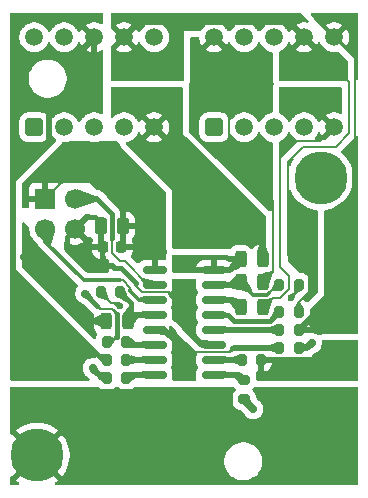
<source format=gbr>
%TF.GenerationSoftware,KiCad,Pcbnew,9.0.1*%
%TF.CreationDate,2025-07-06T22:17:39-07:00*%
%TF.ProjectId,pcb,7063622e-6b69-4636-9164-5f7063625858,rev?*%
%TF.SameCoordinates,Original*%
%TF.FileFunction,Copper,L2,Bot*%
%TF.FilePolarity,Positive*%
%FSLAX46Y46*%
G04 Gerber Fmt 4.6, Leading zero omitted, Abs format (unit mm)*
G04 Created by KiCad (PCBNEW 9.0.1) date 2025-07-06 22:17:39*
%MOMM*%
%LPD*%
G01*
G04 APERTURE LIST*
G04 Aperture macros list*
%AMRoundRect*
0 Rectangle with rounded corners*
0 $1 Rounding radius*
0 $2 $3 $4 $5 $6 $7 $8 $9 X,Y pos of 4 corners*
0 Add a 4 corners polygon primitive as box body*
4,1,4,$2,$3,$4,$5,$6,$7,$8,$9,$2,$3,0*
0 Add four circle primitives for the rounded corners*
1,1,$1+$1,$2,$3*
1,1,$1+$1,$4,$5*
1,1,$1+$1,$6,$7*
1,1,$1+$1,$8,$9*
0 Add four rect primitives between the rounded corners*
20,1,$1+$1,$2,$3,$4,$5,0*
20,1,$1+$1,$4,$5,$6,$7,0*
20,1,$1+$1,$6,$7,$8,$9,0*
20,1,$1+$1,$8,$9,$2,$3,0*%
G04 Aperture macros list end*
%TA.AperFunction,ComponentPad*%
%ADD10C,1.500000*%
%TD*%
%TA.AperFunction,ComponentPad*%
%ADD11RoundRect,0.225000X0.525000X-0.525000X0.525000X0.525000X-0.525000X0.525000X-0.525000X-0.525000X0*%
%TD*%
%TA.AperFunction,SMDPad,CuDef*%
%ADD12RoundRect,0.250000X-0.250000X-0.475000X0.250000X-0.475000X0.250000X0.475000X-0.250000X0.475000X0*%
%TD*%
%TA.AperFunction,SMDPad,CuDef*%
%ADD13RoundRect,0.225000X-0.225000X-0.250000X0.225000X-0.250000X0.225000X0.250000X-0.225000X0.250000X0*%
%TD*%
%TA.AperFunction,ComponentPad*%
%ADD14C,3.100000*%
%TD*%
%TA.AperFunction,ConnectorPad*%
%ADD15C,4.500000*%
%TD*%
%TA.AperFunction,ComponentPad*%
%ADD16R,1.700000X1.700000*%
%TD*%
%TA.AperFunction,ComponentPad*%
%ADD17C,1.700000*%
%TD*%
%TA.AperFunction,SMDPad,CuDef*%
%ADD18RoundRect,0.200000X-0.200000X-0.275000X0.200000X-0.275000X0.200000X0.275000X-0.200000X0.275000X0*%
%TD*%
%TA.AperFunction,SMDPad,CuDef*%
%ADD19RoundRect,0.200000X0.275000X-0.200000X0.275000X0.200000X-0.275000X0.200000X-0.275000X-0.200000X0*%
%TD*%
%TA.AperFunction,SMDPad,CuDef*%
%ADD20RoundRect,0.200000X0.200000X0.275000X-0.200000X0.275000X-0.200000X-0.275000X0.200000X-0.275000X0*%
%TD*%
%TA.AperFunction,SMDPad,CuDef*%
%ADD21RoundRect,0.243750X-0.243750X-0.456250X0.243750X-0.456250X0.243750X0.456250X-0.243750X0.456250X0*%
%TD*%
%TA.AperFunction,SMDPad,CuDef*%
%ADD22RoundRect,0.243750X0.243750X0.456250X-0.243750X0.456250X-0.243750X-0.456250X0.243750X-0.456250X0*%
%TD*%
%TA.AperFunction,SMDPad,CuDef*%
%ADD23RoundRect,0.150000X-0.850000X-0.150000X0.850000X-0.150000X0.850000X0.150000X-0.850000X0.150000X0*%
%TD*%
%TA.AperFunction,ViaPad*%
%ADD24C,0.700000*%
%TD*%
%TA.AperFunction,ViaPad*%
%ADD25C,0.600000*%
%TD*%
%TA.AperFunction,Conductor*%
%ADD26C,0.400000*%
%TD*%
%TA.AperFunction,Conductor*%
%ADD27C,0.500000*%
%TD*%
%TA.AperFunction,Conductor*%
%ADD28C,0.200000*%
%TD*%
%TA.AperFunction,Conductor*%
%ADD29C,0.300000*%
%TD*%
G04 APERTURE END LIST*
D10*
%TO.P,U3,10,CA_D1*%
%TO.N,Net-(D4-A)*%
X147790000Y-82590000D03*
%TO.P,U3,9,g*%
%TO.N,/SEG6*%
X150330000Y-82590000D03*
%TO.P,U3,8,f*%
%TO.N,/SEG5*%
X152870000Y-82590000D03*
%TO.P,U3,7,a*%
%TO.N,/SEG0*%
X155410000Y-82590000D03*
%TO.P,U3,6,b*%
%TO.N,/SEG1*%
X157950000Y-82590000D03*
%TO.P,U3,5,CA_D2*%
%TO.N,Net-(D3-A)*%
X157950000Y-90210000D03*
%TO.P,U3,4,c*%
%TO.N,/SEG2*%
X155410000Y-90210000D03*
%TO.P,U3,3,e*%
%TO.N,/SEG4*%
X152870000Y-90210000D03*
%TO.P,U3,2,DP*%
%TO.N,/SEG7*%
X150330000Y-90210000D03*
D11*
%TO.P,U3,1,d*%
%TO.N,/SEG3*%
X147790000Y-90210000D03*
%TD*%
D12*
%TO.P,C2,1*%
%TO.N,+5V*%
X138204000Y-98592000D03*
%TO.P,C2,2*%
%TO.N,GND*%
X140104000Y-98592000D03*
%TD*%
D13*
%TO.P,C1,2*%
%TO.N,GND*%
X139929000Y-100370000D03*
%TO.P,C1,1*%
%TO.N,+5V*%
X138379000Y-100370000D03*
%TD*%
D14*
%TO.P,H3,1,1*%
%TO.N,GND*%
X156800000Y-94500000D03*
D15*
X156800000Y-94500000D03*
%TD*%
D11*
%TO.P,U2,1,d*%
%TO.N,/SEG3*%
X132550000Y-90210000D03*
D10*
%TO.P,U2,2,DP*%
%TO.N,/SEG7*%
X135090000Y-90210000D03*
%TO.P,U2,3,e*%
%TO.N,/SEG4*%
X137630000Y-90210000D03*
%TO.P,U2,4,c*%
%TO.N,/SEG2*%
X140170000Y-90210000D03*
%TO.P,U2,5,CA_D2*%
%TO.N,Net-(D2-A)*%
X142710000Y-90210000D03*
%TO.P,U2,6,b*%
%TO.N,/SEG1*%
X142710000Y-82590000D03*
%TO.P,U2,7,a*%
%TO.N,/SEG0*%
X140170000Y-82590000D03*
%TO.P,U2,8,f*%
%TO.N,/SEG5*%
X137630000Y-82590000D03*
%TO.P,U2,9,g*%
%TO.N,/SEG6*%
X135090000Y-82590000D03*
%TO.P,U2,10,CA_D1*%
%TO.N,Net-(D1-A)*%
X132550000Y-82590000D03*
%TD*%
D16*
%TO.P,J1,1,Pin_1*%
%TO.N,GND*%
X133480000Y-96260000D03*
D17*
%TO.P,J1,2,Pin_2*%
%TO.N,/SCL*%
X133480000Y-98800000D03*
%TO.P,J1,3,Pin_3*%
%TO.N,/SDA*%
X136020000Y-96260000D03*
%TO.P,J1,4,Pin_4*%
%TO.N,+5V*%
X136020000Y-98800000D03*
%TD*%
D14*
%TO.P,H4,1,1*%
%TO.N,GND*%
X132800000Y-118000000D03*
D15*
X132800000Y-118000000D03*
%TD*%
D18*
%TO.P,R7,1*%
%TO.N,/SEG6*%
X138710000Y-108371000D03*
%TO.P,R7,2*%
%TO.N,Net-(U1-SEG6)*%
X140360000Y-108371000D03*
%TD*%
D19*
%TO.P,R4,1*%
%TO.N,/SEG3*%
X150330000Y-113260000D03*
%TO.P,R4,2*%
%TO.N,Net-(U1-SEG3)*%
X150330000Y-111610000D03*
%TD*%
D20*
%TO.P,R8,1*%
%TO.N,/SEG7*%
X154965000Y-108879000D03*
%TO.P,R8,2*%
%TO.N,Net-(U1-SEG7)*%
X153315000Y-108879000D03*
%TD*%
D21*
%TO.P,D4,1,K*%
%TO.N,/DIG2*%
X150027500Y-103291000D03*
%TO.P,D4,2,A*%
%TO.N,Net-(D4-A)*%
X151902500Y-103291000D03*
%TD*%
D18*
%TO.P,R10,1*%
%TO.N,Net-(R10-Pad1)*%
X138202000Y-104180000D03*
%TO.P,R10,2*%
%TO.N,/DIG0*%
X139852000Y-104180000D03*
%TD*%
D20*
%TO.P,R9,1*%
%TO.N,Net-(R9-Pad1)*%
X154965000Y-103545000D03*
%TO.P,R9,2*%
%TO.N,/DIG2*%
X153315000Y-103545000D03*
%TD*%
D18*
%TO.P,R5,1*%
%TO.N,/SEG4*%
X138710000Y-111419000D03*
%TO.P,R5,2*%
%TO.N,Net-(U1-SEG4)*%
X140360000Y-111419000D03*
%TD*%
D22*
%TO.P,D1,1,K*%
%TO.N,/DIG0*%
X140472500Y-106593000D03*
%TO.P,D1,2,A*%
%TO.N,Net-(D1-A)*%
X138597500Y-106593000D03*
%TD*%
D21*
%TO.P,D2,1,K*%
%TO.N,/DIG1*%
X150027500Y-101386000D03*
%TO.P,D2,2,A*%
%TO.N,Net-(D2-A)*%
X151902500Y-101386000D03*
%TD*%
D23*
%TO.P,U1,1,SEG4*%
%TO.N,Net-(U1-SEG4)*%
X142750000Y-111165000D03*
%TO.P,U1,2,SEG5*%
%TO.N,Net-(U1-SEG5)*%
X142750000Y-109895000D03*
%TO.P,U1,3,SEG6*%
%TO.N,Net-(U1-SEG6)*%
X142750000Y-108625000D03*
%TO.P,U1,4,SEG7*%
%TO.N,Net-(U1-SEG7)*%
X142750000Y-107355000D03*
%TO.P,U1,5,DIG0*%
%TO.N,/DIG0*%
X142750000Y-106085000D03*
%TO.P,U1,6,SCL*%
%TO.N,/SCL*%
X142750000Y-104815000D03*
%TO.P,U1,7,SDA*%
%TO.N,/SDA*%
X142750000Y-103545000D03*
%TO.P,U1,8,GND*%
%TO.N,GND*%
X142750000Y-102275000D03*
%TO.P,U1,9,DIG1*%
%TO.N,/DIG1*%
X147750000Y-102275000D03*
%TO.P,U1,10,DIG2*%
%TO.N,/DIG2*%
X147750000Y-103545000D03*
%TO.P,U1,11,DIG3*%
%TO.N,/DIG3*%
X147750000Y-104815000D03*
%TO.P,U1,12,SEG0*%
%TO.N,Net-(U1-SEG0)*%
X147750000Y-106085000D03*
%TO.P,U1,13,SEG1*%
%TO.N,Net-(U1-SEG1)*%
X147750000Y-107355000D03*
%TO.P,U1,14,VCC*%
%TO.N,+5V*%
X147750000Y-108625000D03*
%TO.P,U1,15,SEG2*%
%TO.N,Net-(U1-SEG2)*%
X147750000Y-109895000D03*
%TO.P,U1,16,SEG3*%
%TO.N,Net-(U1-SEG3)*%
X147750000Y-111165000D03*
%TD*%
D20*
%TO.P,R2,1*%
%TO.N,/SEG1*%
X154965000Y-107355000D03*
%TO.P,R2,2*%
%TO.N,Net-(U1-SEG1)*%
X153315000Y-107355000D03*
%TD*%
%TO.P,R3,1*%
%TO.N,/SEG2*%
X151790000Y-109895000D03*
%TO.P,R3,2*%
%TO.N,Net-(U1-SEG2)*%
X150140000Y-109895000D03*
%TD*%
D18*
%TO.P,R6,1*%
%TO.N,/SEG5*%
X138710000Y-109895000D03*
%TO.P,R6,2*%
%TO.N,Net-(U1-SEG5)*%
X140360000Y-109895000D03*
%TD*%
D20*
%TO.P,R1,1*%
%TO.N,/SEG0*%
X154965000Y-105831000D03*
%TO.P,R1,2*%
%TO.N,Net-(U1-SEG0)*%
X153315000Y-105831000D03*
%TD*%
D21*
%TO.P,D3,1,K*%
%TO.N,/DIG3*%
X150027500Y-105450000D03*
%TO.P,D3,2,A*%
%TO.N,Net-(D3-A)*%
X151902500Y-105450000D03*
%TD*%
D24*
%TO.N,GND*%
X131250000Y-113020000D03*
X131250000Y-114544000D03*
X140668000Y-119624000D03*
X139144000Y-119624000D03*
X137620000Y-119624000D03*
X136096000Y-119624000D03*
%TO.N,Net-(D1-A)*%
X131724500Y-101195500D03*
%TO.N,/SEG2*%
X156426000Y-109895000D03*
%TO.N,/SEG3*%
X151092000Y-114086000D03*
%TO.N,/SEG4*%
X137503000Y-110612000D03*
%TO.N,/SEG6*%
X136868000Y-104307000D03*
%TO.N,/SEG7*%
X156045000Y-108498000D03*
D25*
%TO.N,Net-(R9-Pad1)*%
X154267000Y-104688000D03*
%TO.N,Net-(R10-Pad1)*%
X139789000Y-105323000D03*
%TD*%
D26*
%TO.N,+5V*%
X135300000Y-99520000D02*
X135300000Y-100300000D01*
X136020000Y-98800000D02*
X135300000Y-99520000D01*
D27*
X139197500Y-101977500D02*
X137977500Y-101977500D01*
X137977500Y-101977500D02*
X137100000Y-101100000D01*
X137100000Y-101100000D02*
X137100000Y-99900000D01*
X137100000Y-99900000D02*
X136020000Y-98820000D01*
X136020000Y-98820000D02*
X136020000Y-98800000D01*
D28*
X138204000Y-98592000D02*
X138204000Y-98304000D01*
D26*
X138204000Y-98304000D02*
X137700000Y-97800000D01*
X137700000Y-97800000D02*
X137020000Y-97800000D01*
D28*
X137020000Y-97800000D02*
X136020000Y-98800000D01*
D27*
%TO.N,/DIG1*%
X147750000Y-102275000D02*
X149138500Y-102275000D01*
X149138500Y-102275000D02*
X149392500Y-102021000D01*
X149392500Y-102021000D02*
X149646500Y-102021000D01*
X149646500Y-102021000D02*
X150027500Y-101640000D01*
D29*
%TO.N,/SCL*%
X142750000Y-104815000D02*
X141440000Y-104815000D01*
X141440000Y-104815000D02*
X140678000Y-104053000D01*
D28*
X140678000Y-103799000D02*
X140043000Y-103164000D01*
X140678000Y-104053000D02*
X140678000Y-103799000D01*
X140043000Y-103164000D02*
X139789000Y-103164000D01*
%TO.N,/DIG0*%
X139852000Y-104243000D02*
X139852000Y-104180000D01*
D26*
X140726500Y-105117500D02*
X139852000Y-104243000D01*
X140726500Y-106085000D02*
X140726500Y-105117500D01*
D29*
%TO.N,/SCL*%
X139789000Y-103164000D02*
X136741000Y-103164000D01*
X136741000Y-103164000D02*
X133480000Y-99903000D01*
X133480000Y-99903000D02*
X133480000Y-98800000D01*
D26*
%TO.N,+5V*%
X139897000Y-102129000D02*
X139349000Y-102129000D01*
X139349000Y-102129000D02*
X139197500Y-101977500D01*
D27*
%TO.N,/SEG1*%
X159728000Y-102592000D02*
X159728000Y-92369000D01*
%TO.N,+5V*%
X145250000Y-105450000D02*
X144234000Y-104434000D01*
%TO.N,Net-(U1-SEG3)*%
X150330000Y-111610000D02*
X149885000Y-111165000D01*
X149885000Y-111165000D02*
X147750000Y-111165000D01*
D28*
%TO.N,/SDA*%
X139154000Y-100878000D02*
X139154000Y-99608000D01*
%TO.N,GND*%
X142750000Y-98592000D02*
X142750000Y-96854000D01*
X142750000Y-96854000D02*
X140678000Y-94782000D01*
X140678000Y-94782000D02*
X134958000Y-94782000D01*
X134958000Y-94782000D02*
X133480000Y-96260000D01*
%TO.N,Net-(D4-A)*%
X151902500Y-103291000D02*
X152743000Y-102450500D01*
X149060000Y-83860000D02*
X147790000Y-82590000D01*
X152743000Y-102450500D02*
X152743000Y-96433000D01*
X152743000Y-96433000D02*
X149060000Y-92750000D01*
X149060000Y-92750000D02*
X149060000Y-83860000D01*
%TO.N,Net-(D3-A)*%
X154140000Y-103909064D02*
X154140000Y-102783000D01*
X153378000Y-102021000D02*
X153378000Y-92623000D01*
X152664500Y-104688000D02*
X153361064Y-104688000D01*
X154140000Y-102783000D02*
X153378000Y-102021000D01*
X153378000Y-92623000D02*
X154584500Y-91416500D01*
X151902500Y-105450000D02*
X152664500Y-104688000D01*
X153361064Y-104688000D02*
X154140000Y-103909064D01*
X156743500Y-91416500D02*
X157950000Y-90210000D01*
X154584500Y-91416500D02*
X156743500Y-91416500D01*
%TO.N,/SDA*%
X142750000Y-103545000D02*
X142202000Y-103545000D01*
D26*
X139154000Y-99608000D02*
X139154000Y-97576000D01*
D28*
X142202000Y-103545000D02*
X140233500Y-101576500D01*
X140233500Y-101576500D02*
X139852500Y-101576500D01*
X139852500Y-101576500D02*
X139154000Y-100878000D01*
D26*
X139154000Y-97576000D02*
X137838000Y-96260000D01*
D27*
X137838000Y-96260000D02*
X136020000Y-96260000D01*
D28*
%TO.N,GND*%
X142750000Y-102275000D02*
X142750000Y-98592000D01*
X140104000Y-98592000D02*
X142750000Y-98592000D01*
X139929000Y-100370000D02*
X139929000Y-99722000D01*
X139929000Y-99722000D02*
X140104000Y-99547000D01*
X140104000Y-99547000D02*
X140104000Y-98592000D01*
%TO.N,+5V*%
X138379000Y-100370000D02*
X138379000Y-99722000D01*
X138379000Y-99722000D02*
X138204000Y-99547000D01*
X138204000Y-99547000D02*
X138204000Y-98592000D01*
%TO.N,/SEG6*%
X138138000Y-105577000D02*
X137884000Y-105323000D01*
X139535000Y-105988239D02*
X139123761Y-105577000D01*
X139123761Y-105577000D02*
X138138000Y-105577000D01*
D26*
X137884000Y-105323000D02*
X136868000Y-104307000D01*
D27*
%TO.N,/SEG4*%
X138710000Y-111419000D02*
X138310000Y-111419000D01*
X138310000Y-111419000D02*
X137503000Y-110612000D01*
%TO.N,Net-(D1-A)*%
X131724500Y-101195500D02*
X137122000Y-106593000D01*
X137122000Y-106593000D02*
X138597500Y-106593000D01*
D28*
%TO.N,/SEG5*%
X130884000Y-102387000D02*
X130772000Y-102275000D01*
D27*
X137630000Y-85257000D02*
X137630000Y-82590000D01*
X130772000Y-102275000D02*
X130772000Y-94401000D01*
X130772000Y-94401000D02*
X133820000Y-91353000D01*
X133820000Y-91353000D02*
X133820000Y-89067000D01*
X133820000Y-89067000D02*
X137630000Y-85257000D01*
%TO.N,/SEG0*%
X155410000Y-82590000D02*
X154140000Y-81320000D01*
X154140000Y-81320000D02*
X141440000Y-81320000D01*
X141440000Y-81320000D02*
X140170000Y-82590000D01*
D26*
%TO.N,Net-(U1-SEG0)*%
X147750000Y-106085000D02*
X148933000Y-106085000D01*
X148933000Y-106085000D02*
X149441000Y-106593000D01*
X149441000Y-106593000D02*
X152553000Y-106593000D01*
X152553000Y-106593000D02*
X153315000Y-105831000D01*
%TO.N,/DIG0*%
X142750000Y-106085000D02*
X140726500Y-106085000D01*
D28*
X140726500Y-106085000D02*
X140472500Y-106339000D01*
X140472500Y-106339000D02*
X140472500Y-106593000D01*
%TO.N,+5V*%
X147750000Y-108625000D02*
X146750001Y-108625000D01*
D27*
X146750001Y-108625000D02*
X145250000Y-107124999D01*
D26*
X141186000Y-103418000D02*
X139897000Y-102129000D01*
D27*
X145250000Y-107124999D02*
X145250000Y-105450000D01*
D28*
X144234000Y-104434000D02*
X143980000Y-104180000D01*
X143980000Y-104180000D02*
X141694000Y-104180000D01*
X141694000Y-104180000D02*
X141186000Y-103672000D01*
X141186000Y-103672000D02*
X141186000Y-103418000D01*
%TO.N,Net-(R10-Pad1)*%
X138202000Y-104180000D02*
X139091000Y-105069000D01*
X139091000Y-105069000D02*
X139535000Y-105069000D01*
X139535000Y-105069000D02*
X139789000Y-105323000D01*
%TO.N,/SEG6*%
X138710000Y-108371000D02*
X139110000Y-108371000D01*
X139110000Y-108371000D02*
X139535000Y-107946000D01*
D26*
X139535000Y-107946000D02*
X139535000Y-105988239D01*
D27*
%TO.N,Net-(D2-A)*%
X151871000Y-101608500D02*
X151871000Y-99371000D01*
X151871000Y-99371000D02*
X142710000Y-90210000D01*
%TO.N,/DIG3*%
X147750000Y-104815000D02*
X149392500Y-104815000D01*
X149392500Y-104815000D02*
X150027500Y-105450000D01*
D28*
%TO.N,/DIG2*%
X153125646Y-103545000D02*
X153315000Y-103545000D01*
D29*
X151119700Y-104383200D02*
X152287446Y-104383200D01*
X150027500Y-103291000D02*
X151119700Y-104383200D01*
D28*
X152287446Y-104383200D02*
X153125646Y-103545000D01*
D27*
X147750000Y-103545000D02*
X150027500Y-103545000D01*
D28*
%TO.N,/SEG0*%
X155791000Y-102783000D02*
X154013000Y-101005000D01*
X158077000Y-91861000D02*
X159220000Y-90718000D01*
X154965000Y-105006000D02*
X155791000Y-104180000D01*
X155283000Y-91861000D02*
X158077000Y-91861000D01*
X154013000Y-93131000D02*
X155283000Y-91861000D01*
X154965000Y-105831000D02*
X154965000Y-105006000D01*
X155791000Y-104180000D02*
X155791000Y-102783000D01*
X159220000Y-86400000D02*
X155410000Y-82590000D01*
X154013000Y-101005000D02*
X154013000Y-93131000D01*
X159220000Y-90718000D02*
X159220000Y-86400000D01*
%TO.N,/SEG1*%
X159728000Y-92369000D02*
X159728000Y-84368000D01*
X159728000Y-84368000D02*
X157950000Y-82590000D01*
D27*
X154965000Y-107355000D02*
X159728000Y-102592000D01*
%TO.N,Net-(U1-SEG1)*%
X147750000Y-107355000D02*
X153315000Y-107355000D01*
%TO.N,/SEG2*%
X151790000Y-109895000D02*
X156426000Y-109895000D01*
%TO.N,Net-(U1-SEG2)*%
X150140000Y-109895000D02*
X147750000Y-109895000D01*
%TO.N,/SEG3*%
X150330000Y-113324000D02*
X151092000Y-114086000D01*
D28*
X150330000Y-113260000D02*
X150330000Y-113324000D01*
D27*
%TO.N,Net-(U1-SEG4)*%
X142750000Y-111165000D02*
X140614000Y-111165000D01*
D28*
X140614000Y-111165000D02*
X140360000Y-111419000D01*
D26*
%TO.N,/SEG5*%
X138392000Y-109895000D02*
X130884000Y-102387000D01*
D28*
X138710000Y-109895000D02*
X138392000Y-109895000D01*
D27*
%TO.N,Net-(U1-SEG5)*%
X142750000Y-109895000D02*
X140360000Y-109895000D01*
D28*
%TO.N,Net-(U1-SEG6)*%
X140614000Y-108625000D02*
X140360000Y-108371000D01*
D27*
X142750000Y-108625000D02*
X140614000Y-108625000D01*
%TO.N,/SEG7*%
X155664000Y-108879000D02*
X156045000Y-108498000D01*
X154965000Y-108879000D02*
X155664000Y-108879000D01*
D28*
%TO.N,Net-(U1-SEG7)*%
X149060000Y-109260000D02*
X149441000Y-108879000D01*
X142750000Y-107355000D02*
X143568032Y-107355000D01*
D27*
X149441000Y-108879000D02*
X153315000Y-108879000D01*
D28*
X145473032Y-109260000D02*
X149060000Y-109260000D01*
D27*
X143568032Y-107355000D02*
X145473032Y-109260000D01*
D28*
%TO.N,Net-(R9-Pad1)*%
X154965000Y-103990000D02*
X154267000Y-104688000D01*
X154965000Y-103545000D02*
X154965000Y-103990000D01*
%TD*%
%TA.AperFunction,Conductor*%
%TO.N,GND*%
G36*
X131770278Y-118879466D02*
G01*
X131920534Y-119029722D01*
X132038281Y-119115270D01*
X131039845Y-120113706D01*
X131206142Y-120246323D01*
X131206144Y-120246324D01*
X131244629Y-120270506D01*
X131290920Y-120322841D01*
X131301568Y-120391894D01*
X131273193Y-120455743D01*
X131214803Y-120494115D01*
X131178657Y-120499500D01*
X130624500Y-120499500D01*
X130557461Y-120479815D01*
X130511706Y-120427011D01*
X130500500Y-120375500D01*
X130500500Y-119880878D01*
X130520185Y-119813839D01*
X130572989Y-119768084D01*
X130631453Y-119757073D01*
X130686293Y-119760152D01*
X131684728Y-118761716D01*
X131770278Y-118879466D01*
G37*
%TD.AperFunction*%
%TA.AperFunction,Conductor*%
G36*
X138022020Y-112200685D02*
G01*
X138042663Y-112217320D01*
X138074811Y-112249469D01*
X138074813Y-112249470D01*
X138074815Y-112249472D01*
X138220394Y-112337478D01*
X138382804Y-112388086D01*
X138453384Y-112394500D01*
X138453387Y-112394500D01*
X138966613Y-112394500D01*
X138966616Y-112394500D01*
X139037196Y-112388086D01*
X139199606Y-112337478D01*
X139345185Y-112249472D01*
X139377337Y-112217320D01*
X139404267Y-112202614D01*
X139430084Y-112186023D01*
X139436282Y-112185131D01*
X139438659Y-112183834D01*
X139465019Y-112181000D01*
X139604981Y-112181000D01*
X139672020Y-112200685D01*
X139692663Y-112217320D01*
X139724811Y-112249469D01*
X139724813Y-112249470D01*
X139724815Y-112249472D01*
X139870394Y-112337478D01*
X140032804Y-112388086D01*
X140103384Y-112394500D01*
X140103387Y-112394500D01*
X140616613Y-112394500D01*
X140616616Y-112394500D01*
X140687196Y-112388086D01*
X140849606Y-112337478D01*
X140995185Y-112249472D01*
X141027337Y-112217320D01*
X141088659Y-112183834D01*
X141115019Y-112181000D01*
X149390790Y-112181000D01*
X149457829Y-112200685D01*
X149480797Y-112219708D01*
X149489993Y-112229412D01*
X149499528Y-112245185D01*
X149602847Y-112348504D01*
X149603987Y-112349707D01*
X149619174Y-112379391D01*
X149635146Y-112408641D01*
X149635022Y-112410366D01*
X149635811Y-112411908D01*
X149632539Y-112445083D01*
X149630162Y-112478333D01*
X149629098Y-112479988D01*
X149628955Y-112481440D01*
X149624753Y-112486749D01*
X149601662Y-112522680D01*
X149499529Y-112624813D01*
X149411522Y-112770393D01*
X149360913Y-112932807D01*
X149354500Y-113003386D01*
X149354500Y-113516613D01*
X149360913Y-113587192D01*
X149360913Y-113587194D01*
X149360914Y-113587196D01*
X149411522Y-113749606D01*
X149499530Y-113895188D01*
X149619811Y-114015469D01*
X149619813Y-114015470D01*
X149619815Y-114015472D01*
X149765394Y-114103478D01*
X149927804Y-114154086D01*
X149942255Y-114155399D01*
X149958069Y-114161405D01*
X149973541Y-114162401D01*
X150004632Y-114179090D01*
X150193105Y-114318087D01*
X150219169Y-114344104D01*
X150388082Y-114572279D01*
X150388088Y-114572286D01*
X150417500Y-114608806D01*
X150417220Y-114609031D01*
X150425156Y-114618857D01*
X150431374Y-114628162D01*
X150549838Y-114746626D01*
X150689137Y-114839703D01*
X150843918Y-114903816D01*
X151008228Y-114936499D01*
X151008232Y-114936500D01*
X151008233Y-114936500D01*
X151175768Y-114936500D01*
X151175769Y-114936499D01*
X151340082Y-114903816D01*
X151494863Y-114839703D01*
X151634162Y-114746626D01*
X151752626Y-114628162D01*
X151845703Y-114488863D01*
X151909816Y-114334082D01*
X151942500Y-114169767D01*
X151942500Y-114002233D01*
X151909816Y-113837918D01*
X151845703Y-113683137D01*
X151752626Y-113543838D01*
X151634162Y-113425374D01*
X151634158Y-113425371D01*
X151634156Y-113425369D01*
X151606686Y-113407014D01*
X151600135Y-113402322D01*
X151593926Y-113397562D01*
X151578279Y-113382082D01*
X151446061Y-113284204D01*
X151445216Y-113283556D01*
X151442266Y-113279519D01*
X151411894Y-113244696D01*
X151320735Y-113078196D01*
X151305500Y-113018647D01*
X151305500Y-113003386D01*
X151299086Y-112932807D01*
X151299086Y-112932804D01*
X151248478Y-112770394D01*
X151160472Y-112624815D01*
X151160470Y-112624813D01*
X151160469Y-112624811D01*
X151058338Y-112522680D01*
X151054805Y-112516210D01*
X151048785Y-112511951D01*
X151038284Y-112485955D01*
X151024853Y-112461357D01*
X151025378Y-112454003D01*
X151022617Y-112447166D01*
X151027837Y-112419624D01*
X151029837Y-112391665D01*
X151034577Y-112384066D01*
X151035629Y-112378519D01*
X151052494Y-112355345D01*
X151056013Y-112349706D01*
X151057134Y-112348522D01*
X151160472Y-112245185D01*
X151170006Y-112229412D01*
X151179204Y-112219707D01*
X151198316Y-112208593D01*
X151214621Y-112193663D01*
X151230215Y-112190045D01*
X151239605Y-112184586D01*
X151251472Y-112185114D01*
X151269210Y-112181000D01*
X159875500Y-112181000D01*
X159942539Y-112200685D01*
X159988294Y-112253489D01*
X159999500Y-112305000D01*
X159999500Y-120375500D01*
X159979815Y-120442539D01*
X159927011Y-120488294D01*
X159875500Y-120499500D01*
X134421343Y-120499500D01*
X134354304Y-120479815D01*
X134308549Y-120427011D01*
X134298605Y-120357853D01*
X134327630Y-120294297D01*
X134355371Y-120270506D01*
X134393851Y-120246326D01*
X134560153Y-120113706D01*
X133561717Y-119115270D01*
X133679466Y-119029722D01*
X133829722Y-118879466D01*
X133915270Y-118761717D01*
X134913706Y-119760153D01*
X135046326Y-119593851D01*
X135210658Y-119332320D01*
X135344671Y-119054039D01*
X135446685Y-118762499D01*
X135515416Y-118461367D01*
X135515418Y-118461355D01*
X135525257Y-118374038D01*
X148649500Y-118374038D01*
X148649500Y-118625961D01*
X148688910Y-118874785D01*
X148766760Y-119114383D01*
X148787264Y-119154623D01*
X148877805Y-119332320D01*
X148881132Y-119338848D01*
X149029201Y-119542649D01*
X149029205Y-119542654D01*
X149207345Y-119720794D01*
X149207350Y-119720798D01*
X149335411Y-119813839D01*
X149411155Y-119868870D01*
X149554184Y-119941747D01*
X149635616Y-119983239D01*
X149635618Y-119983239D01*
X149635621Y-119983241D01*
X149875215Y-120061090D01*
X150124038Y-120100500D01*
X150124039Y-120100500D01*
X150375961Y-120100500D01*
X150375962Y-120100500D01*
X150624785Y-120061090D01*
X150864379Y-119983241D01*
X151088845Y-119868870D01*
X151292656Y-119720793D01*
X151470793Y-119542656D01*
X151618870Y-119338845D01*
X151733241Y-119114379D01*
X151811090Y-118874785D01*
X151850500Y-118625962D01*
X151850500Y-118374038D01*
X151811090Y-118125215D01*
X151733241Y-117885621D01*
X151733239Y-117885618D01*
X151733239Y-117885616D01*
X151691747Y-117804184D01*
X151618870Y-117661155D01*
X151488547Y-117481780D01*
X151470798Y-117457350D01*
X151470794Y-117457345D01*
X151292654Y-117279205D01*
X151292649Y-117279201D01*
X151088848Y-117131132D01*
X151088847Y-117131131D01*
X151088845Y-117131130D01*
X151018747Y-117095413D01*
X150864383Y-117016760D01*
X150624785Y-116938910D01*
X150375962Y-116899500D01*
X150124038Y-116899500D01*
X149999626Y-116919205D01*
X149875214Y-116938910D01*
X149635616Y-117016760D01*
X149411151Y-117131132D01*
X149207350Y-117279201D01*
X149207345Y-117279205D01*
X149029205Y-117457345D01*
X149029201Y-117457350D01*
X148881132Y-117661151D01*
X148766760Y-117885616D01*
X148688910Y-118125214D01*
X148649500Y-118374038D01*
X135525257Y-118374038D01*
X135527371Y-118355282D01*
X135527371Y-118355281D01*
X135549999Y-118154443D01*
X135550000Y-118154439D01*
X135550000Y-117845560D01*
X135549999Y-117845558D01*
X135515418Y-117538644D01*
X135515416Y-117538632D01*
X135446685Y-117237500D01*
X135344671Y-116945960D01*
X135210658Y-116667679D01*
X135046324Y-116406144D01*
X135046323Y-116406142D01*
X134913706Y-116239845D01*
X133915270Y-117238281D01*
X133829722Y-117120534D01*
X133679466Y-116970278D01*
X133561716Y-116884728D01*
X134560152Y-115886293D01*
X134393845Y-115753669D01*
X134132320Y-115589341D01*
X133854039Y-115455328D01*
X133562498Y-115353314D01*
X133562500Y-115353314D01*
X133261367Y-115284583D01*
X133261355Y-115284581D01*
X132954441Y-115250000D01*
X132645558Y-115250000D01*
X132338644Y-115284581D01*
X132338632Y-115284583D01*
X132037500Y-115353314D01*
X131745960Y-115455328D01*
X131467679Y-115589341D01*
X131206144Y-115753675D01*
X131206140Y-115753678D01*
X131039845Y-115886292D01*
X132038282Y-116884729D01*
X131920534Y-116970278D01*
X131770278Y-117120534D01*
X131684729Y-117238282D01*
X130686292Y-116239845D01*
X130631452Y-116242925D01*
X130619252Y-116240075D01*
X130606853Y-116241858D01*
X130585873Y-116232276D01*
X130563414Y-116227030D01*
X130554692Y-116218037D01*
X130543297Y-116212833D01*
X130530827Y-116193429D01*
X130514771Y-116176874D01*
X130511387Y-116163179D01*
X130505523Y-116154055D01*
X130500500Y-116119120D01*
X130500500Y-112305000D01*
X130520185Y-112237961D01*
X130572989Y-112192206D01*
X130624500Y-112181000D01*
X137954981Y-112181000D01*
X138022020Y-112200685D01*
G37*
%TD.AperFunction*%
%TD*%
%TA.AperFunction,Conductor*%
%TO.N,/SEG2*%
G36*
X159942539Y-108263685D02*
G01*
X159988294Y-108316489D01*
X159999500Y-108368000D01*
X159999500Y-111549000D01*
X159979815Y-111616039D01*
X159927011Y-111661794D01*
X159875500Y-111673000D01*
X151470000Y-111673000D01*
X151402961Y-111653315D01*
X151357206Y-111600511D01*
X151346000Y-111549000D01*
X151346000Y-110988747D01*
X151365685Y-110921708D01*
X151418489Y-110875953D01*
X151481223Y-110865256D01*
X151533410Y-110869998D01*
X151533426Y-110869999D01*
X152040000Y-110869999D01*
X152046581Y-110869999D01*
X152117102Y-110863591D01*
X152117107Y-110863590D01*
X152279396Y-110813018D01*
X152424877Y-110725072D01*
X152545072Y-110604877D01*
X152633019Y-110459395D01*
X152683590Y-110297106D01*
X152690000Y-110226572D01*
X152690000Y-110145000D01*
X152040000Y-110145000D01*
X152040000Y-110869999D01*
X151533426Y-110869999D01*
X151539999Y-110869998D01*
X151540000Y-110869998D01*
X151540000Y-110019000D01*
X151559685Y-109951961D01*
X151612489Y-109906206D01*
X151664000Y-109895000D01*
X151790000Y-109895000D01*
X151790000Y-109769000D01*
X151809685Y-109701961D01*
X151862489Y-109656206D01*
X151914000Y-109645000D01*
X152443662Y-109645000D01*
X152446719Y-109645498D01*
X152448342Y-109645088D01*
X152483062Y-109651426D01*
X152510692Y-109660685D01*
X152696092Y-109722815D01*
X152720830Y-109734266D01*
X152825394Y-109797478D01*
X152987804Y-109848086D01*
X153058384Y-109854500D01*
X153058387Y-109854500D01*
X153571613Y-109854500D01*
X153571616Y-109854500D01*
X153642196Y-109848086D01*
X153804606Y-109797478D01*
X153950185Y-109709472D01*
X153982337Y-109677320D01*
X154009267Y-109662614D01*
X154035084Y-109646023D01*
X154041282Y-109645131D01*
X154043659Y-109643834D01*
X154070019Y-109641000D01*
X154209981Y-109641000D01*
X154277020Y-109660685D01*
X154297663Y-109677320D01*
X154329811Y-109709469D01*
X154329813Y-109709470D01*
X154329815Y-109709472D01*
X154475394Y-109797478D01*
X154637804Y-109848086D01*
X154708384Y-109854500D01*
X154708387Y-109854500D01*
X155221613Y-109854500D01*
X155221616Y-109854500D01*
X155292196Y-109848086D01*
X155454606Y-109797478D01*
X155600185Y-109709472D01*
X155632336Y-109677319D01*
X155693658Y-109643834D01*
X155720018Y-109641000D01*
X156045000Y-109641000D01*
X156045000Y-109593321D01*
X156064685Y-109526282D01*
X156085969Y-109501224D01*
X156092637Y-109495212D01*
X156142416Y-109461952D01*
X156260421Y-109343946D01*
X156262797Y-109341804D01*
X156268093Y-109339258D01*
X156293467Y-109321499D01*
X156404373Y-109269840D01*
X156409185Y-109267723D01*
X156447863Y-109251703D01*
X156457693Y-109245134D01*
X156470039Y-109237878D01*
X156474378Y-109235656D01*
X156475915Y-109234794D01*
X156501240Y-109217377D01*
X156557881Y-109178425D01*
X156557883Y-109178429D01*
X156560301Y-109176573D01*
X156587162Y-109158626D01*
X156705626Y-109040162D01*
X156798703Y-108900863D01*
X156862816Y-108746082D01*
X156895500Y-108581767D01*
X156895500Y-108414233D01*
X156891116Y-108392192D01*
X156897343Y-108322600D01*
X156940206Y-108267423D01*
X157006096Y-108244178D01*
X157012733Y-108244000D01*
X159875500Y-108244000D01*
X159942539Y-108263685D01*
G37*
%TD.AperFunction*%
%TD*%
%TA.AperFunction,Conductor*%
%TO.N,/SEG5*%
G36*
X130705703Y-102336149D02*
G01*
X130712181Y-102342181D01*
X137779215Y-109409215D01*
X137794918Y-109437972D01*
X137811662Y-109466150D01*
X137811997Y-109469251D01*
X137812700Y-109470538D01*
X137813452Y-109482701D01*
X137815458Y-109501239D01*
X137809924Y-109659152D01*
X137799565Y-109690344D01*
X137790315Y-109721848D01*
X137788614Y-109723321D01*
X137787904Y-109725461D01*
X137762324Y-109746102D01*
X137737511Y-109767603D01*
X137735281Y-109767923D01*
X137733529Y-109769338D01*
X137700864Y-109772872D01*
X137668353Y-109777547D01*
X137666304Y-109776611D01*
X137664065Y-109776854D01*
X137661809Y-109776426D01*
X137586771Y-109761500D01*
X137586767Y-109761500D01*
X137419233Y-109761500D01*
X137419228Y-109761500D01*
X137254925Y-109794182D01*
X137254917Y-109794184D01*
X137100139Y-109858295D01*
X136960837Y-109951373D01*
X136842373Y-110069837D01*
X136749295Y-110209139D01*
X136685184Y-110363917D01*
X136685182Y-110363925D01*
X136652500Y-110528228D01*
X136652500Y-110695771D01*
X136685182Y-110860074D01*
X136685184Y-110860082D01*
X136749295Y-111014860D01*
X136842373Y-111154162D01*
X136960832Y-111272621D01*
X136960836Y-111272624D01*
X136960838Y-111272626D01*
X136977996Y-111284091D01*
X136988316Y-111290987D01*
X137006630Y-111305935D01*
X137016718Y-111315915D01*
X137016729Y-111315924D01*
X137196949Y-111449337D01*
X137239119Y-111505046D01*
X137244476Y-111574710D01*
X137211320Y-111636211D01*
X137150177Y-111670023D01*
X137123171Y-111673000D01*
X130624500Y-111673000D01*
X130557461Y-111653315D01*
X130511706Y-111600511D01*
X130500500Y-111549000D01*
X130500500Y-102429862D01*
X130520185Y-102362823D01*
X130572989Y-102317068D01*
X130642147Y-102307124D01*
X130705703Y-102336149D01*
G37*
%TD.AperFunction*%
%TD*%
%TA.AperFunction,Conductor*%
%TO.N,Net-(U1-SEG7)*%
G36*
X144185203Y-107052649D02*
G01*
X144191681Y-107058681D01*
X144547266Y-107414266D01*
X144549615Y-107417781D01*
X144567302Y-107440522D01*
X144571165Y-107447297D01*
X144584916Y-107480494D01*
X144617813Y-107529728D01*
X144620250Y-107533375D01*
X144620259Y-107533391D01*
X144667046Y-107603413D01*
X144667052Y-107603420D01*
X145436059Y-108372426D01*
X146001665Y-108938032D01*
X146040524Y-108980498D01*
X146049656Y-108986023D01*
X146060286Y-108996653D01*
X146271579Y-109207947D01*
X146271584Y-109207951D01*
X146271585Y-109207952D01*
X146310386Y-109233877D01*
X146355192Y-109287488D01*
X146363901Y-109356813D01*
X146348230Y-109400100D01*
X146298254Y-109484605D01*
X146298254Y-109484606D01*
X146252402Y-109642426D01*
X146252401Y-109642432D01*
X146249500Y-109679298D01*
X146249500Y-110110701D01*
X146252401Y-110147567D01*
X146252402Y-110147573D01*
X146298254Y-110305393D01*
X146298255Y-110305396D01*
X146381917Y-110446862D01*
X146386702Y-110453031D01*
X146384256Y-110454927D01*
X146410857Y-110503642D01*
X146405873Y-110573334D01*
X146385069Y-110605703D01*
X146386702Y-110606969D01*
X146381917Y-110613137D01*
X146298255Y-110754603D01*
X146298254Y-110754606D01*
X146252402Y-110912426D01*
X146252401Y-110912432D01*
X146249500Y-110949298D01*
X146249500Y-111380701D01*
X146252401Y-111417567D01*
X146252402Y-111417573D01*
X146280535Y-111514405D01*
X146280336Y-111584275D01*
X146242394Y-111642944D01*
X146178755Y-111671788D01*
X146161459Y-111673000D01*
X144338541Y-111673000D01*
X144271502Y-111653315D01*
X144225747Y-111600511D01*
X144215803Y-111531353D01*
X144219465Y-111514405D01*
X144247597Y-111417573D01*
X144247598Y-111417567D01*
X144250499Y-111380701D01*
X144250500Y-111380694D01*
X144250500Y-110949306D01*
X144247598Y-110912431D01*
X144201744Y-110754602D01*
X144118081Y-110613135D01*
X144118078Y-110613132D01*
X144113298Y-110606969D01*
X144115750Y-110605066D01*
X144089155Y-110556421D01*
X144094104Y-110486726D01*
X144114940Y-110454304D01*
X144113298Y-110453031D01*
X144118075Y-110446870D01*
X144118081Y-110446865D01*
X144201744Y-110305398D01*
X144247598Y-110147569D01*
X144250500Y-110110694D01*
X144250500Y-109679306D01*
X144247598Y-109642431D01*
X144201744Y-109484602D01*
X144118081Y-109343135D01*
X144118078Y-109343132D01*
X144113298Y-109336969D01*
X144115750Y-109335066D01*
X144089155Y-109286421D01*
X144094104Y-109216726D01*
X144114940Y-109184304D01*
X144113298Y-109183031D01*
X144118075Y-109176870D01*
X144118081Y-109176865D01*
X144201744Y-109035398D01*
X144247598Y-108877569D01*
X144250500Y-108840694D01*
X144250500Y-108409306D01*
X144247598Y-108372431D01*
X144201744Y-108214602D01*
X144118081Y-108073135D01*
X144118079Y-108073133D01*
X144118076Y-108073129D01*
X144016319Y-107971372D01*
X143982834Y-107910049D01*
X143980000Y-107883691D01*
X143980000Y-107146362D01*
X143999685Y-107079323D01*
X144052489Y-107033568D01*
X144121647Y-107023624D01*
X144185203Y-107052649D01*
G37*
%TD.AperFunction*%
%TD*%
%TA.AperFunction,Conductor*%
%TO.N,/SEG5*%
G36*
X138335039Y-80520185D02*
G01*
X138380794Y-80572989D01*
X138392000Y-80624500D01*
X138392000Y-81373001D01*
X138372315Y-81440040D01*
X138319511Y-81485795D01*
X138250353Y-81495739D01*
X138211705Y-81483486D01*
X138109835Y-81431581D01*
X137922705Y-81370778D01*
X137728382Y-81340000D01*
X137531618Y-81340000D01*
X137337294Y-81370778D01*
X137150161Y-81431582D01*
X136974863Y-81520899D01*
X136974859Y-81520902D01*
X136939873Y-81546320D01*
X136939872Y-81546320D01*
X137688697Y-82295145D01*
X137669496Y-82290000D01*
X137590504Y-82290000D01*
X137514204Y-82310444D01*
X137445795Y-82349940D01*
X137389940Y-82405795D01*
X137350444Y-82474204D01*
X137330000Y-82550504D01*
X137330000Y-82629496D01*
X137350444Y-82705796D01*
X137389940Y-82774205D01*
X137445795Y-82830060D01*
X137514204Y-82869556D01*
X137590504Y-82890000D01*
X137669496Y-82890000D01*
X137688696Y-82884855D01*
X136939873Y-83633677D01*
X136939873Y-83633678D01*
X136974858Y-83659096D01*
X137150164Y-83748418D01*
X137337294Y-83809221D01*
X137531618Y-83840000D01*
X137728382Y-83840000D01*
X137922705Y-83809221D01*
X138109835Y-83748418D01*
X138211705Y-83696514D01*
X138280375Y-83683618D01*
X138345115Y-83709895D01*
X138385372Y-83767001D01*
X138392000Y-83806999D01*
X138392000Y-88992439D01*
X138372315Y-89059478D01*
X138319511Y-89105233D01*
X138250353Y-89115177D01*
X138211706Y-89102924D01*
X138110031Y-89051118D01*
X137922826Y-88990290D01*
X137728422Y-88959500D01*
X137728417Y-88959500D01*
X137531583Y-88959500D01*
X137531578Y-88959500D01*
X137337173Y-88990290D01*
X137149970Y-89051117D01*
X136974594Y-89140476D01*
X136883741Y-89206485D01*
X136815354Y-89256172D01*
X136815352Y-89256174D01*
X136815351Y-89256174D01*
X136676174Y-89395351D01*
X136676174Y-89395352D01*
X136676172Y-89395354D01*
X136626485Y-89463741D01*
X136560476Y-89554594D01*
X136470485Y-89731213D01*
X136422511Y-89782009D01*
X136354690Y-89798804D01*
X136288555Y-89776267D01*
X136249515Y-89731213D01*
X136183647Y-89601939D01*
X136159524Y-89554595D01*
X136043828Y-89395354D01*
X135904646Y-89256172D01*
X135745405Y-89140476D01*
X135695753Y-89115177D01*
X135570029Y-89051117D01*
X135382826Y-88990290D01*
X135188422Y-88959500D01*
X135188417Y-88959500D01*
X134991583Y-88959500D01*
X134991578Y-88959500D01*
X134797173Y-88990290D01*
X134609970Y-89051117D01*
X134434594Y-89140476D01*
X134343741Y-89206485D01*
X134275354Y-89256172D01*
X134275352Y-89256174D01*
X134275351Y-89256174D01*
X134136174Y-89395351D01*
X134136174Y-89395352D01*
X134136172Y-89395354D01*
X134101413Y-89443195D01*
X134020474Y-89554596D01*
X134019300Y-89556902D01*
X134018621Y-89557620D01*
X134017931Y-89558747D01*
X134017694Y-89558601D01*
X133971321Y-89607694D01*
X133903498Y-89624483D01*
X133837365Y-89601939D01*
X133793919Y-89547220D01*
X133791114Y-89539601D01*
X133790348Y-89537290D01*
X133737003Y-89376303D01*
X133736999Y-89376297D01*
X133736998Y-89376294D01*
X133647970Y-89231959D01*
X133647967Y-89231955D01*
X133528044Y-89112032D01*
X133528040Y-89112029D01*
X133383705Y-89023001D01*
X133383699Y-89022998D01*
X133383697Y-89022997D01*
X133383694Y-89022996D01*
X133222709Y-88969651D01*
X133123346Y-88959500D01*
X131976662Y-88959500D01*
X131976644Y-88959501D01*
X131877292Y-88969650D01*
X131877289Y-88969651D01*
X131716305Y-89022996D01*
X131716294Y-89023001D01*
X131571959Y-89112029D01*
X131571955Y-89112032D01*
X131452032Y-89231955D01*
X131452029Y-89231959D01*
X131363001Y-89376294D01*
X131362996Y-89376305D01*
X131309651Y-89537290D01*
X131299500Y-89636647D01*
X131299500Y-90783337D01*
X131299501Y-90783355D01*
X131309650Y-90882707D01*
X131309651Y-90882710D01*
X131362996Y-91043694D01*
X131363001Y-91043705D01*
X131452029Y-91188040D01*
X131452032Y-91188044D01*
X131571955Y-91307967D01*
X131571959Y-91307970D01*
X131716294Y-91396998D01*
X131716297Y-91396999D01*
X131716303Y-91397003D01*
X131877292Y-91450349D01*
X131976655Y-91460500D01*
X133123344Y-91460499D01*
X133123352Y-91460498D01*
X133123355Y-91460498D01*
X133177760Y-91454940D01*
X133222708Y-91450349D01*
X133383697Y-91397003D01*
X133528044Y-91307968D01*
X133647968Y-91188044D01*
X133737003Y-91043697D01*
X133790349Y-90882708D01*
X133790349Y-90882705D01*
X133791114Y-90880398D01*
X133830886Y-90822953D01*
X133895402Y-90796130D01*
X133964178Y-90808445D01*
X134015378Y-90855988D01*
X134019303Y-90863104D01*
X134020474Y-90865402D01*
X134020476Y-90865405D01*
X134136172Y-91024646D01*
X134275354Y-91163828D01*
X134308684Y-91188044D01*
X134371512Y-91233691D01*
X134414178Y-91289021D01*
X134420157Y-91358634D01*
X134387551Y-91420429D01*
X134386308Y-91421690D01*
X130712181Y-95095818D01*
X130650858Y-95129303D01*
X130581166Y-95124319D01*
X130525233Y-95082447D01*
X130500816Y-95016983D01*
X130500500Y-95008137D01*
X130500500Y-85974038D01*
X132099500Y-85974038D01*
X132099500Y-86225961D01*
X132138910Y-86474785D01*
X132216760Y-86714383D01*
X132331132Y-86938848D01*
X132479201Y-87142649D01*
X132479205Y-87142654D01*
X132657345Y-87320794D01*
X132657350Y-87320798D01*
X132835117Y-87449952D01*
X132861155Y-87468870D01*
X133004184Y-87541747D01*
X133085616Y-87583239D01*
X133085618Y-87583239D01*
X133085621Y-87583241D01*
X133325215Y-87661090D01*
X133574038Y-87700500D01*
X133574039Y-87700500D01*
X133825961Y-87700500D01*
X133825962Y-87700500D01*
X134074785Y-87661090D01*
X134314379Y-87583241D01*
X134538845Y-87468870D01*
X134742656Y-87320793D01*
X134920793Y-87142656D01*
X135068870Y-86938845D01*
X135183241Y-86714379D01*
X135261090Y-86474785D01*
X135300500Y-86225962D01*
X135300500Y-85974038D01*
X135261090Y-85725215D01*
X135183241Y-85485621D01*
X135183239Y-85485618D01*
X135183239Y-85485616D01*
X135141747Y-85404184D01*
X135068870Y-85261155D01*
X135049952Y-85235117D01*
X134920798Y-85057350D01*
X134920794Y-85057345D01*
X134742654Y-84879205D01*
X134742649Y-84879201D01*
X134538848Y-84731132D01*
X134538847Y-84731131D01*
X134538845Y-84731130D01*
X134468747Y-84695413D01*
X134314383Y-84616760D01*
X134074785Y-84538910D01*
X133825962Y-84499500D01*
X133574038Y-84499500D01*
X133449626Y-84519205D01*
X133325214Y-84538910D01*
X133085616Y-84616760D01*
X132861151Y-84731132D01*
X132657350Y-84879201D01*
X132657345Y-84879205D01*
X132479205Y-85057345D01*
X132479201Y-85057350D01*
X132331132Y-85261151D01*
X132216760Y-85485616D01*
X132138910Y-85725214D01*
X132099500Y-85974038D01*
X130500500Y-85974038D01*
X130500500Y-82491577D01*
X131299500Y-82491577D01*
X131299500Y-82688422D01*
X131330290Y-82882826D01*
X131391117Y-83070029D01*
X131480344Y-83245145D01*
X131480476Y-83245405D01*
X131596172Y-83404646D01*
X131735354Y-83543828D01*
X131894595Y-83659524D01*
X131977455Y-83701743D01*
X132069970Y-83748882D01*
X132069972Y-83748882D01*
X132069975Y-83748884D01*
X132170317Y-83781487D01*
X132257173Y-83809709D01*
X132451578Y-83840500D01*
X132451583Y-83840500D01*
X132648422Y-83840500D01*
X132842826Y-83809709D01*
X132851166Y-83806999D01*
X133030025Y-83748884D01*
X133205405Y-83659524D01*
X133364646Y-83543828D01*
X133503828Y-83404646D01*
X133619524Y-83245405D01*
X133708884Y-83070025D01*
X133709515Y-83068787D01*
X133757489Y-83017990D01*
X133825310Y-83001195D01*
X133891445Y-83023732D01*
X133930485Y-83068787D01*
X134020474Y-83245403D01*
X134045702Y-83280125D01*
X134136172Y-83404646D01*
X134275354Y-83543828D01*
X134434595Y-83659524D01*
X134517455Y-83701743D01*
X134609970Y-83748882D01*
X134609972Y-83748882D01*
X134609975Y-83748884D01*
X134710317Y-83781487D01*
X134797173Y-83809709D01*
X134991578Y-83840500D01*
X134991583Y-83840500D01*
X135188422Y-83840500D01*
X135382826Y-83809709D01*
X135391166Y-83806999D01*
X135570025Y-83748884D01*
X135745405Y-83659524D01*
X135904646Y-83543828D01*
X136043828Y-83404646D01*
X136159524Y-83245405D01*
X136248884Y-83070025D01*
X136248884Y-83070022D01*
X136249795Y-83068236D01*
X136297769Y-83017440D01*
X136365590Y-83000644D01*
X136431725Y-83023181D01*
X136470765Y-83068235D01*
X136560905Y-83245145D01*
X136586319Y-83280125D01*
X136586320Y-83280125D01*
X137276446Y-82590000D01*
X137276446Y-82589999D01*
X136586320Y-81899872D01*
X136586320Y-81899873D01*
X136560902Y-81934859D01*
X136470765Y-82111764D01*
X136422790Y-82162560D01*
X136354969Y-82179355D01*
X136288835Y-82156818D01*
X136249795Y-82111763D01*
X136159525Y-81934596D01*
X136134296Y-81899872D01*
X136043828Y-81775354D01*
X135904646Y-81636172D01*
X135745405Y-81520476D01*
X135696856Y-81495739D01*
X135570029Y-81431117D01*
X135382826Y-81370290D01*
X135188422Y-81339500D01*
X135188417Y-81339500D01*
X134991583Y-81339500D01*
X134991578Y-81339500D01*
X134797173Y-81370290D01*
X134609970Y-81431117D01*
X134434594Y-81520476D01*
X134343741Y-81586485D01*
X134275354Y-81636172D01*
X134275352Y-81636174D01*
X134275351Y-81636174D01*
X134136174Y-81775351D01*
X134136174Y-81775352D01*
X134136172Y-81775354D01*
X134086485Y-81843741D01*
X134020476Y-81934594D01*
X133930485Y-82111213D01*
X133882511Y-82162009D01*
X133814690Y-82178804D01*
X133748555Y-82156267D01*
X133709515Y-82111213D01*
X133682397Y-82057992D01*
X133619524Y-81934595D01*
X133503828Y-81775354D01*
X133364646Y-81636172D01*
X133205405Y-81520476D01*
X133156856Y-81495739D01*
X133030029Y-81431117D01*
X132842826Y-81370290D01*
X132648422Y-81339500D01*
X132648417Y-81339500D01*
X132451583Y-81339500D01*
X132451578Y-81339500D01*
X132257173Y-81370290D01*
X132069970Y-81431117D01*
X131894594Y-81520476D01*
X131803741Y-81586485D01*
X131735354Y-81636172D01*
X131735352Y-81636174D01*
X131735351Y-81636174D01*
X131596174Y-81775351D01*
X131596174Y-81775352D01*
X131596172Y-81775354D01*
X131546485Y-81843741D01*
X131480476Y-81934594D01*
X131391117Y-82109970D01*
X131330290Y-82297173D01*
X131299500Y-82491577D01*
X130500500Y-82491577D01*
X130500500Y-80624500D01*
X130520185Y-80557461D01*
X130572989Y-80511706D01*
X130624500Y-80500500D01*
X138268000Y-80500500D01*
X138335039Y-80520185D01*
G37*
%TD.AperFunction*%
%TD*%
%TA.AperFunction,Conductor*%
%TO.N,+5V*%
G36*
X146228498Y-103056685D02*
G01*
X146274253Y-103109489D01*
X146284197Y-103178647D01*
X146280535Y-103195595D01*
X146252402Y-103292426D01*
X146252401Y-103292432D01*
X146249500Y-103329298D01*
X146249500Y-103760701D01*
X146252401Y-103797567D01*
X146252402Y-103797573D01*
X146298254Y-103955393D01*
X146298255Y-103955396D01*
X146381917Y-104096862D01*
X146386702Y-104103031D01*
X146384256Y-104104927D01*
X146410857Y-104153642D01*
X146405873Y-104223334D01*
X146385069Y-104255703D01*
X146386702Y-104256969D01*
X146381917Y-104263137D01*
X146298255Y-104404603D01*
X146298254Y-104404606D01*
X146252402Y-104562426D01*
X146252401Y-104562432D01*
X146249500Y-104599298D01*
X146249500Y-105030701D01*
X146252401Y-105067567D01*
X146252402Y-105067573D01*
X146298254Y-105225393D01*
X146298255Y-105225396D01*
X146381917Y-105366862D01*
X146386702Y-105373031D01*
X146384256Y-105374927D01*
X146410857Y-105423642D01*
X146405873Y-105493334D01*
X146385069Y-105525703D01*
X146386702Y-105526969D01*
X146381917Y-105533137D01*
X146298255Y-105674603D01*
X146298254Y-105674606D01*
X146252402Y-105832426D01*
X146252401Y-105832432D01*
X146249500Y-105869298D01*
X146249500Y-106300701D01*
X146252401Y-106337567D01*
X146252402Y-106337573D01*
X146298254Y-106495393D01*
X146298255Y-106495396D01*
X146381917Y-106636862D01*
X146386702Y-106643031D01*
X146384256Y-106644927D01*
X146410857Y-106693642D01*
X146405873Y-106763334D01*
X146385069Y-106795703D01*
X146386702Y-106796969D01*
X146381917Y-106803137D01*
X146298255Y-106944603D01*
X146298254Y-106944606D01*
X146252402Y-107102426D01*
X146252401Y-107102432D01*
X146249500Y-107139298D01*
X146249500Y-107570701D01*
X146252401Y-107607567D01*
X146252402Y-107607573D01*
X146298254Y-107765393D01*
X146298255Y-107765396D01*
X146298256Y-107765398D01*
X146381919Y-107906865D01*
X146483682Y-108008628D01*
X146517166Y-108069949D01*
X146520000Y-108096308D01*
X146520000Y-108442120D01*
X146500315Y-108509159D01*
X146447511Y-108554914D01*
X146378353Y-108564858D01*
X146314797Y-108535833D01*
X146308319Y-108529801D01*
X145068330Y-107289813D01*
X145052907Y-107271020D01*
X145041385Y-107253775D01*
X145041313Y-107253665D01*
X145040565Y-107252546D01*
X145040558Y-107252534D01*
X145033858Y-107242507D01*
X145025608Y-107228173D01*
X145010297Y-107196911D01*
X145006434Y-107190136D01*
X145005566Y-107188839D01*
X144966328Y-107130187D01*
X144966310Y-107130163D01*
X144931746Y-107085723D01*
X144930964Y-107085383D01*
X144914607Y-107068885D01*
X144904708Y-107056824D01*
X144904705Y-107056821D01*
X144904701Y-107056816D01*
X144549146Y-106701261D01*
X144546562Y-106698767D01*
X144536161Y-106688730D01*
X144529683Y-106682698D01*
X144516235Y-106670617D01*
X144395195Y-106592830D01*
X144331639Y-106563805D01*
X144331636Y-106563803D01*
X144310177Y-106557502D01*
X144308123Y-106556820D01*
X144281134Y-106538103D01*
X144253503Y-106520347D01*
X144252564Y-106518291D01*
X144250708Y-106517004D01*
X144238124Y-106486673D01*
X144224477Y-106456791D01*
X144224657Y-106454214D01*
X144223933Y-106452468D01*
X144225321Y-106444749D01*
X144228139Y-106404548D01*
X144247597Y-106337573D01*
X144247598Y-106337567D01*
X144250499Y-106300701D01*
X144250500Y-106300694D01*
X144250500Y-105869306D01*
X144247598Y-105832431D01*
X144201744Y-105674602D01*
X144118081Y-105533135D01*
X144118078Y-105533132D01*
X144113298Y-105526969D01*
X144115750Y-105525066D01*
X144089155Y-105476421D01*
X144094104Y-105406726D01*
X144114940Y-105374304D01*
X144113298Y-105373031D01*
X144118075Y-105366870D01*
X144118081Y-105366865D01*
X144201744Y-105225398D01*
X144247598Y-105067569D01*
X144250500Y-105030694D01*
X144250500Y-104599306D01*
X144247598Y-104562431D01*
X144201744Y-104404602D01*
X144118081Y-104263135D01*
X144118078Y-104263132D01*
X144113298Y-104256969D01*
X144115750Y-104255066D01*
X144089155Y-104206421D01*
X144094104Y-104136726D01*
X144114940Y-104104304D01*
X144113298Y-104103031D01*
X144118075Y-104096870D01*
X144118081Y-104096865D01*
X144201744Y-103955398D01*
X144247598Y-103797569D01*
X144250500Y-103760694D01*
X144250500Y-103329306D01*
X144247598Y-103292431D01*
X144247597Y-103292426D01*
X144219465Y-103195595D01*
X144219664Y-103125725D01*
X144257606Y-103067056D01*
X144321245Y-103038212D01*
X144338541Y-103037000D01*
X146161459Y-103037000D01*
X146228498Y-103056685D01*
G37*
%TD.AperFunction*%
%TD*%
%TA.AperFunction,Conductor*%
%TO.N,/SEG0*%
G36*
X155114177Y-80520185D02*
G01*
X155134819Y-80536819D01*
X155748996Y-81150996D01*
X155782481Y-81212319D01*
X155777497Y-81282011D01*
X155735625Y-81337944D01*
X155670161Y-81362361D01*
X155641917Y-81361150D01*
X155508382Y-81340000D01*
X155311618Y-81340000D01*
X155117294Y-81370778D01*
X154930161Y-81431582D01*
X154754863Y-81520899D01*
X154754859Y-81520902D01*
X154719873Y-81546320D01*
X154719872Y-81546320D01*
X155468699Y-82295145D01*
X155449496Y-82290000D01*
X155370504Y-82290000D01*
X155294204Y-82310444D01*
X155225795Y-82349940D01*
X155169940Y-82405795D01*
X155130444Y-82474204D01*
X155110000Y-82550504D01*
X155110000Y-82629496D01*
X155130444Y-82705796D01*
X155169940Y-82774205D01*
X155225795Y-82830060D01*
X155294204Y-82869556D01*
X155370504Y-82890000D01*
X155449496Y-82890000D01*
X155525796Y-82869556D01*
X155594205Y-82830060D01*
X155650060Y-82774205D01*
X155689556Y-82705796D01*
X155710000Y-82629496D01*
X155710000Y-82550504D01*
X155704854Y-82531300D01*
X156453678Y-83280126D01*
X156453678Y-83280125D01*
X156479097Y-83245141D01*
X156569234Y-83068236D01*
X156617208Y-83017439D01*
X156685029Y-83000644D01*
X156751164Y-83023181D01*
X156790204Y-83068235D01*
X156791115Y-83070024D01*
X156791116Y-83070025D01*
X156880476Y-83245405D01*
X156996172Y-83404646D01*
X157135354Y-83543828D01*
X157294595Y-83659524D01*
X157377455Y-83701743D01*
X157469970Y-83748882D01*
X157469972Y-83748882D01*
X157469975Y-83748884D01*
X157499127Y-83758356D01*
X157657173Y-83809709D01*
X157851578Y-83840500D01*
X157851583Y-83840500D01*
X158048422Y-83840500D01*
X158247454Y-83808976D01*
X158316747Y-83817930D01*
X158354533Y-83843768D01*
X159091181Y-84580416D01*
X159124666Y-84641739D01*
X159127500Y-84668097D01*
X159127500Y-86149000D01*
X159107815Y-86216039D01*
X159055011Y-86261794D01*
X159003500Y-86273000D01*
X153375000Y-86273000D01*
X153307961Y-86253315D01*
X153262206Y-86200511D01*
X153251000Y-86149000D01*
X153251000Y-83871150D01*
X153270685Y-83804111D01*
X153323489Y-83758356D01*
X153336686Y-83753218D01*
X153350025Y-83748884D01*
X153525405Y-83659524D01*
X153560980Y-83633677D01*
X154719873Y-83633677D01*
X154719873Y-83633678D01*
X154754858Y-83659096D01*
X154930164Y-83748418D01*
X155117294Y-83809221D01*
X155311618Y-83840000D01*
X155508382Y-83840000D01*
X155702705Y-83809221D01*
X155889835Y-83748418D01*
X156065143Y-83659095D01*
X156100125Y-83633678D01*
X156100126Y-83633678D01*
X155410001Y-82943553D01*
X155410000Y-82943553D01*
X154719873Y-83633677D01*
X153560980Y-83633677D01*
X153684646Y-83543828D01*
X153823828Y-83404646D01*
X153939524Y-83245405D01*
X154028884Y-83070025D01*
X154028884Y-83070022D01*
X154029795Y-83068236D01*
X154077769Y-83017440D01*
X154145590Y-83000644D01*
X154211725Y-83023181D01*
X154250765Y-83068235D01*
X154340905Y-83245145D01*
X154366319Y-83280125D01*
X154366320Y-83280125D01*
X155056446Y-82590000D01*
X155056446Y-82589999D01*
X154366320Y-81899872D01*
X154366320Y-81899873D01*
X154340902Y-81934859D01*
X154250765Y-82111764D01*
X154202790Y-82162560D01*
X154134969Y-82179355D01*
X154068835Y-82156818D01*
X154029795Y-82111763D01*
X153939525Y-81934596D01*
X153914296Y-81899872D01*
X153823828Y-81775354D01*
X153684646Y-81636172D01*
X153525405Y-81520476D01*
X153350029Y-81431117D01*
X153162826Y-81370290D01*
X152968422Y-81339500D01*
X152968417Y-81339500D01*
X152771583Y-81339500D01*
X152771578Y-81339500D01*
X152577173Y-81370290D01*
X152389970Y-81431117D01*
X152214594Y-81520476D01*
X152123741Y-81586485D01*
X152055354Y-81636172D01*
X152055352Y-81636174D01*
X152055351Y-81636174D01*
X151916174Y-81775351D01*
X151916174Y-81775352D01*
X151916172Y-81775354D01*
X151892104Y-81808481D01*
X151800474Y-81934596D01*
X151759868Y-82014294D01*
X151749418Y-82025357D01*
X151743096Y-82039203D01*
X151725914Y-82050244D01*
X151711894Y-82065090D01*
X151696214Y-82069331D01*
X151684318Y-82076977D01*
X151649383Y-82082000D01*
X151550617Y-82082000D01*
X151483578Y-82062315D01*
X151440132Y-82014294D01*
X151399525Y-81934596D01*
X151374296Y-81899872D01*
X151283828Y-81775354D01*
X151144646Y-81636172D01*
X150985405Y-81520476D01*
X150810029Y-81431117D01*
X150622826Y-81370290D01*
X150428422Y-81339500D01*
X150428417Y-81339500D01*
X150231583Y-81339500D01*
X150231578Y-81339500D01*
X150037173Y-81370290D01*
X149849970Y-81431117D01*
X149674594Y-81520476D01*
X149583741Y-81586485D01*
X149515354Y-81636172D01*
X149515352Y-81636174D01*
X149515351Y-81636174D01*
X149376174Y-81775351D01*
X149376174Y-81775352D01*
X149376172Y-81775354D01*
X149352104Y-81808481D01*
X149260474Y-81934596D01*
X149219868Y-82014294D01*
X149209418Y-82025357D01*
X149203096Y-82039203D01*
X149185914Y-82050244D01*
X149171894Y-82065090D01*
X149156214Y-82069331D01*
X149144318Y-82076977D01*
X149109383Y-82082000D01*
X149010617Y-82082000D01*
X148943578Y-82062315D01*
X148900132Y-82014294D01*
X148859525Y-81934596D01*
X148834296Y-81899872D01*
X148743828Y-81775354D01*
X148604646Y-81636172D01*
X148445405Y-81520476D01*
X148270029Y-81431117D01*
X148082826Y-81370290D01*
X147888422Y-81339500D01*
X147888417Y-81339500D01*
X147691583Y-81339500D01*
X147691578Y-81339500D01*
X147497173Y-81370290D01*
X147309970Y-81431117D01*
X147134594Y-81520476D01*
X147043741Y-81586485D01*
X146975354Y-81636172D01*
X146975352Y-81636174D01*
X146975351Y-81636174D01*
X146836174Y-81775351D01*
X146836174Y-81775352D01*
X146836172Y-81775354D01*
X146812104Y-81808481D01*
X146720474Y-81934596D01*
X146679868Y-82014294D01*
X146631894Y-82065090D01*
X146569383Y-82082000D01*
X145250000Y-82082000D01*
X145250000Y-86149000D01*
X145230315Y-86216039D01*
X145177511Y-86261794D01*
X145126000Y-86273000D01*
X139151000Y-86273000D01*
X139083961Y-86253315D01*
X139038206Y-86200511D01*
X139027000Y-86149000D01*
X139027000Y-83633677D01*
X139479873Y-83633677D01*
X139479873Y-83633678D01*
X139514858Y-83659096D01*
X139690164Y-83748418D01*
X139877294Y-83809221D01*
X140071618Y-83840000D01*
X140268382Y-83840000D01*
X140462705Y-83809221D01*
X140649835Y-83748418D01*
X140825143Y-83659095D01*
X140860125Y-83633678D01*
X140860126Y-83633678D01*
X140170001Y-82943553D01*
X140170000Y-82943553D01*
X139479873Y-83633677D01*
X139027000Y-83633677D01*
X139027000Y-83406451D01*
X139046685Y-83339412D01*
X139099489Y-83293657D01*
X139115643Y-83290802D01*
X139816446Y-82590000D01*
X139816446Y-82589999D01*
X139776951Y-82550504D01*
X139870000Y-82550504D01*
X139870000Y-82629496D01*
X139890444Y-82705796D01*
X139929940Y-82774205D01*
X139985795Y-82830060D01*
X140054204Y-82869556D01*
X140130504Y-82890000D01*
X140209496Y-82890000D01*
X140285796Y-82869556D01*
X140354205Y-82830060D01*
X140410060Y-82774205D01*
X140449556Y-82705796D01*
X140470000Y-82629496D01*
X140470000Y-82589999D01*
X140523553Y-82589999D01*
X140523553Y-82590001D01*
X141213678Y-83280126D01*
X141213678Y-83280125D01*
X141239097Y-83245141D01*
X141329234Y-83068236D01*
X141377208Y-83017439D01*
X141445029Y-83000644D01*
X141511164Y-83023181D01*
X141550204Y-83068235D01*
X141551115Y-83070024D01*
X141551116Y-83070025D01*
X141640476Y-83245405D01*
X141756172Y-83404646D01*
X141895354Y-83543828D01*
X142054595Y-83659524D01*
X142137455Y-83701743D01*
X142229970Y-83748882D01*
X142229972Y-83748882D01*
X142229975Y-83748884D01*
X142259127Y-83758356D01*
X142417173Y-83809709D01*
X142611578Y-83840500D01*
X142611583Y-83840500D01*
X142808422Y-83840500D01*
X143002826Y-83809709D01*
X143020055Y-83804111D01*
X143190025Y-83748884D01*
X143365405Y-83659524D01*
X143524646Y-83543828D01*
X143663828Y-83404646D01*
X143779524Y-83245405D01*
X143868884Y-83070025D01*
X143929709Y-82882826D01*
X143946913Y-82774205D01*
X143960500Y-82688422D01*
X143960500Y-82491577D01*
X143929709Y-82297173D01*
X143868882Y-82109970D01*
X143820132Y-82014294D01*
X143779524Y-81934595D01*
X143663828Y-81775354D01*
X143524646Y-81636172D01*
X143365405Y-81520476D01*
X143190029Y-81431117D01*
X143002826Y-81370290D01*
X142808422Y-81339500D01*
X142808417Y-81339500D01*
X142611583Y-81339500D01*
X142611578Y-81339500D01*
X142417173Y-81370290D01*
X142229970Y-81431117D01*
X142054594Y-81520476D01*
X141963741Y-81586485D01*
X141895354Y-81636172D01*
X141895352Y-81636174D01*
X141895351Y-81636174D01*
X141756174Y-81775351D01*
X141756174Y-81775352D01*
X141756172Y-81775354D01*
X141732104Y-81808481D01*
X141640476Y-81934594D01*
X141550204Y-82111764D01*
X141502229Y-82162560D01*
X141434408Y-82179355D01*
X141368274Y-82156818D01*
X141329234Y-82111764D01*
X141239096Y-81934858D01*
X141213678Y-81899873D01*
X140523553Y-82589999D01*
X140470000Y-82589999D01*
X140470000Y-82550504D01*
X140449556Y-82474204D01*
X140410060Y-82405795D01*
X140354205Y-82349940D01*
X140285796Y-82310444D01*
X140209496Y-82290000D01*
X140130504Y-82290000D01*
X140054204Y-82310444D01*
X139985795Y-82349940D01*
X139929940Y-82405795D01*
X139890444Y-82474204D01*
X139870000Y-82550504D01*
X139776951Y-82550504D01*
X139113804Y-81887356D01*
X139113601Y-81887263D01*
X139092352Y-81882800D01*
X139082448Y-81873036D01*
X139069797Y-81867259D01*
X139058056Y-81848990D01*
X139042595Y-81833748D01*
X139038768Y-81818977D01*
X139032023Y-81808481D01*
X139027000Y-81773546D01*
X139027000Y-81546320D01*
X139479872Y-81546320D01*
X140170000Y-82236446D01*
X140170001Y-82236446D01*
X140860125Y-81546320D01*
X140860125Y-81546319D01*
X140825145Y-81520905D01*
X140649835Y-81431581D01*
X140462705Y-81370778D01*
X140268382Y-81340000D01*
X140071618Y-81340000D01*
X139877294Y-81370778D01*
X139690161Y-81431582D01*
X139514863Y-81520899D01*
X139514859Y-81520902D01*
X139479873Y-81546320D01*
X139479872Y-81546320D01*
X139027000Y-81546320D01*
X139027000Y-80624500D01*
X139046685Y-80557461D01*
X139099489Y-80511706D01*
X139151000Y-80500500D01*
X155047138Y-80500500D01*
X155114177Y-80520185D01*
G37*
%TD.AperFunction*%
%TD*%
%TA.AperFunction,Conductor*%
%TO.N,Net-(D3-A)*%
G36*
X154211445Y-90643732D02*
G01*
X154250485Y-90688787D01*
X154340474Y-90865403D01*
X154365702Y-90900125D01*
X154456172Y-91024646D01*
X154595354Y-91163828D01*
X154701317Y-91240815D01*
X154754595Y-91279524D01*
X154757436Y-91281265D01*
X154758288Y-91282207D01*
X154758537Y-91282388D01*
X154758499Y-91282440D01*
X154804311Y-91333077D01*
X154815733Y-91402007D01*
X154788075Y-91466170D01*
X154780326Y-91474673D01*
X153462681Y-92792319D01*
X153401358Y-92825804D01*
X153331666Y-92820820D01*
X153275733Y-92778948D01*
X153251316Y-92713484D01*
X153251000Y-92704638D01*
X153251000Y-91491150D01*
X153270685Y-91424111D01*
X153323489Y-91378356D01*
X153336686Y-91373218D01*
X153341721Y-91371582D01*
X153350025Y-91368884D01*
X153525405Y-91279524D01*
X153684646Y-91163828D01*
X153823828Y-91024646D01*
X153939524Y-90865405D01*
X154028884Y-90690025D01*
X154029515Y-90688787D01*
X154077489Y-90637990D01*
X154145310Y-90621195D01*
X154211445Y-90643732D01*
G37*
%TD.AperFunction*%
%TA.AperFunction,Conductor*%
G36*
X158562539Y-86798185D02*
G01*
X158608294Y-86850989D01*
X158619500Y-86902500D01*
X158619500Y-88945870D01*
X158599815Y-89012909D01*
X158547011Y-89058664D01*
X158477853Y-89068608D01*
X158439206Y-89056355D01*
X158429838Y-89051582D01*
X158242705Y-88990778D01*
X158048382Y-88960000D01*
X157851618Y-88960000D01*
X157657294Y-88990778D01*
X157470161Y-89051582D01*
X157294863Y-89140899D01*
X157294859Y-89140902D01*
X157259873Y-89166320D01*
X157259872Y-89166320D01*
X158008697Y-89915145D01*
X157989496Y-89910000D01*
X157910504Y-89910000D01*
X157834204Y-89930444D01*
X157765795Y-89969940D01*
X157709940Y-90025795D01*
X157670444Y-90094204D01*
X157650000Y-90170504D01*
X157650000Y-90249496D01*
X157670444Y-90325796D01*
X157709940Y-90394205D01*
X157765795Y-90450060D01*
X157834204Y-90489556D01*
X157910504Y-90510000D01*
X157989496Y-90510000D01*
X158008696Y-90504855D01*
X157289370Y-91224181D01*
X157228047Y-91257666D01*
X157201689Y-91260500D01*
X156427336Y-91260500D01*
X156360297Y-91240815D01*
X156314542Y-91188011D01*
X156304598Y-91118853D01*
X156333623Y-91055297D01*
X156339655Y-91048819D01*
X156363828Y-91024646D01*
X156479524Y-90865405D01*
X156568884Y-90690025D01*
X156568884Y-90690022D01*
X156569795Y-90688236D01*
X156617769Y-90637440D01*
X156685590Y-90620644D01*
X156751725Y-90643181D01*
X156790765Y-90688235D01*
X156880905Y-90865145D01*
X156906319Y-90900125D01*
X156906320Y-90900125D01*
X157596446Y-90210000D01*
X157596446Y-90209999D01*
X156906320Y-89519872D01*
X156906320Y-89519873D01*
X156880902Y-89554859D01*
X156790765Y-89731764D01*
X156742790Y-89782560D01*
X156674969Y-89799355D01*
X156608835Y-89776818D01*
X156569795Y-89731763D01*
X156479525Y-89554596D01*
X156454296Y-89519872D01*
X156363828Y-89395354D01*
X156224646Y-89256172D01*
X156065405Y-89140476D01*
X155890029Y-89051117D01*
X155702826Y-88990290D01*
X155508422Y-88959500D01*
X155508417Y-88959500D01*
X155311583Y-88959500D01*
X155311578Y-88959500D01*
X155117173Y-88990290D01*
X154929970Y-89051117D01*
X154754594Y-89140476D01*
X154663741Y-89206485D01*
X154595354Y-89256172D01*
X154595352Y-89256174D01*
X154595351Y-89256174D01*
X154456174Y-89395351D01*
X154456174Y-89395352D01*
X154456172Y-89395354D01*
X154406485Y-89463741D01*
X154340476Y-89554594D01*
X154250485Y-89731213D01*
X154202511Y-89782009D01*
X154134690Y-89798804D01*
X154068555Y-89776267D01*
X154029515Y-89731213D01*
X154002397Y-89677992D01*
X153939524Y-89554595D01*
X153823828Y-89395354D01*
X153684646Y-89256172D01*
X153525405Y-89140476D01*
X153350026Y-89051116D01*
X153336676Y-89046778D01*
X153279003Y-89007338D01*
X153251808Y-88942978D01*
X153251000Y-88928849D01*
X153251000Y-86902500D01*
X153270685Y-86835461D01*
X153323489Y-86789706D01*
X153375000Y-86778500D01*
X158495500Y-86778500D01*
X158562539Y-86798185D01*
G37*
%TD.AperFunction*%
%TD*%
%TA.AperFunction,Conductor*%
%TO.N,/SEG1*%
G36*
X159887288Y-90908204D02*
G01*
X159887297Y-90908203D01*
X159920305Y-90921421D01*
X159952148Y-90934168D01*
X159952152Y-90934174D01*
X159952159Y-90934177D01*
X159969773Y-90958917D01*
X159992679Y-90991080D01*
X159992680Y-90991090D01*
X159992683Y-90991094D01*
X159992683Y-90991107D01*
X159999500Y-91031641D01*
X159999500Y-107614500D01*
X159979815Y-107681539D01*
X159927011Y-107727294D01*
X159875500Y-107738500D01*
X157012733Y-107738500D01*
X157008968Y-107738550D01*
X156999155Y-107738682D01*
X156992574Y-107738859D01*
X156992559Y-107738859D01*
X156992544Y-107738860D01*
X156981246Y-107739314D01*
X156979036Y-107739403D01*
X156979032Y-107739403D01*
X156837922Y-107767473D01*
X156837915Y-107767474D01*
X156772043Y-107790713D01*
X156772024Y-107790722D01*
X156694365Y-107831344D01*
X156625838Y-107844974D01*
X156568000Y-107824570D01*
X156447860Y-107744295D01*
X156293082Y-107680184D01*
X156293074Y-107680182D01*
X156128771Y-107647500D01*
X156128767Y-107647500D01*
X155961233Y-107647500D01*
X155958862Y-107647500D01*
X155891823Y-107627815D01*
X155871180Y-107611180D01*
X155865000Y-107605000D01*
X155089000Y-107605000D01*
X155021961Y-107585315D01*
X154976206Y-107532511D01*
X154965000Y-107481000D01*
X154965000Y-107229000D01*
X154984685Y-107161961D01*
X155037489Y-107116206D01*
X155089000Y-107105000D01*
X155864999Y-107105000D01*
X155864999Y-107023417D01*
X155858591Y-106952897D01*
X155858590Y-106952892D01*
X155808018Y-106790603D01*
X155727635Y-106657633D01*
X155709799Y-106590079D01*
X155727634Y-106529336D01*
X155808478Y-106395606D01*
X155859086Y-106233196D01*
X155865500Y-106162616D01*
X155865500Y-105680861D01*
X155885185Y-105613822D01*
X155901814Y-105593185D01*
X157061000Y-104434000D01*
X157061000Y-97349309D01*
X157080685Y-97282270D01*
X157133489Y-97236515D01*
X157171117Y-97226089D01*
X157211534Y-97221535D01*
X157261436Y-97215913D01*
X157261440Y-97215912D01*
X157261452Y-97215911D01*
X157562636Y-97147168D01*
X157854229Y-97045135D01*
X158132565Y-96911095D01*
X158394143Y-96746735D01*
X158635674Y-96554120D01*
X158854120Y-96335674D01*
X159046735Y-96094143D01*
X159211095Y-95832565D01*
X159345135Y-95554229D01*
X159447168Y-95262636D01*
X159515911Y-94961452D01*
X159550500Y-94654465D01*
X159550500Y-94345535D01*
X159515911Y-94038548D01*
X159447168Y-93737364D01*
X159445116Y-93731501D01*
X159345137Y-93445777D01*
X159345135Y-93445771D01*
X159211095Y-93167435D01*
X159046735Y-92905857D01*
X158854120Y-92664326D01*
X158635674Y-92445880D01*
X158580415Y-92401812D01*
X158540276Y-92344625D01*
X158537426Y-92274813D01*
X158570046Y-92217187D01*
X159578506Y-91208728D01*
X159578511Y-91208724D01*
X159588714Y-91198520D01*
X159588716Y-91198520D01*
X159700520Y-91086716D01*
X159762284Y-90979737D01*
X159768118Y-90969631D01*
X159795406Y-90943616D01*
X159818676Y-90921428D01*
X159818683Y-90921426D01*
X159818689Y-90921421D01*
X159855456Y-90914337D01*
X159887282Y-90908202D01*
X159887288Y-90908204D01*
G37*
%TD.AperFunction*%
%TA.AperFunction,Conductor*%
G36*
X159942539Y-80520185D02*
G01*
X159988294Y-80572989D01*
X159999500Y-80624500D01*
X159999500Y-86086359D01*
X159979815Y-86153398D01*
X159927011Y-86199153D01*
X159857853Y-86209097D01*
X159794297Y-86180072D01*
X159768113Y-86148359D01*
X159700522Y-86031287D01*
X159700518Y-86031282D01*
X159669319Y-86000083D01*
X159635834Y-85938760D01*
X159633000Y-85912402D01*
X159633000Y-84668094D01*
X159630102Y-84614046D01*
X159630102Y-84614045D01*
X159627270Y-84587712D01*
X159627267Y-84587685D01*
X159618614Y-84534289D01*
X159618613Y-84534283D01*
X159608818Y-84508021D01*
X159601000Y-84464688D01*
X159601000Y-84368000D01*
X159600999Y-84367999D01*
X158844009Y-83611008D01*
X158844007Y-83611007D01*
X158089100Y-82856100D01*
X158134205Y-82830060D01*
X158190060Y-82774205D01*
X158229556Y-82705796D01*
X158250000Y-82629496D01*
X158250000Y-82589999D01*
X158303553Y-82589999D01*
X158303553Y-82590001D01*
X158993678Y-83280126D01*
X158993678Y-83280125D01*
X159019095Y-83245143D01*
X159108418Y-83069835D01*
X159169221Y-82882705D01*
X159200000Y-82688382D01*
X159200000Y-82491617D01*
X159169221Y-82297294D01*
X159108418Y-82110164D01*
X159019096Y-81934858D01*
X158993678Y-81899873D01*
X158993677Y-81899873D01*
X158303553Y-82589999D01*
X158250000Y-82589999D01*
X158250000Y-82550504D01*
X158229556Y-82474204D01*
X158190060Y-82405795D01*
X158134205Y-82349940D01*
X158065796Y-82310444D01*
X157989496Y-82290000D01*
X157910504Y-82290000D01*
X157834204Y-82310444D01*
X157765795Y-82349940D01*
X157709940Y-82405795D01*
X157683899Y-82450899D01*
X156870156Y-81637156D01*
X156870157Y-81637156D01*
X156779321Y-81546320D01*
X157259872Y-81546320D01*
X157950000Y-82236446D01*
X157950001Y-82236446D01*
X158640125Y-81546320D01*
X158640125Y-81546319D01*
X158605145Y-81520905D01*
X158429835Y-81431581D01*
X158242705Y-81370778D01*
X158048382Y-81340000D01*
X157851618Y-81340000D01*
X157657294Y-81370778D01*
X157470161Y-81431582D01*
X157294863Y-81520899D01*
X157294859Y-81520902D01*
X157259873Y-81546320D01*
X157259872Y-81546320D01*
X156779321Y-81546320D01*
X156258955Y-81025955D01*
X156230455Y-80981609D01*
X156226147Y-80970058D01*
X156226145Y-80970055D01*
X156226144Y-80970051D01*
X156192665Y-80908740D01*
X156192664Y-80908739D01*
X156192662Y-80908735D01*
X156106438Y-80793554D01*
X156106433Y-80793549D01*
X156106428Y-80793543D01*
X156025066Y-80712181D01*
X155991581Y-80650858D01*
X155996565Y-80581166D01*
X156038437Y-80525233D01*
X156103901Y-80500816D01*
X156112747Y-80500500D01*
X159875500Y-80500500D01*
X159942539Y-80520185D01*
G37*
%TD.AperFunction*%
%TD*%
%TA.AperFunction,Conductor*%
%TO.N,/SEG0*%
G36*
X154218203Y-95499116D02*
G01*
X154253479Y-95551048D01*
X154253538Y-95551024D01*
X154253655Y-95551307D01*
X154254041Y-95551876D01*
X154254865Y-95554229D01*
X154254867Y-95554233D01*
X154254868Y-95554236D01*
X154388903Y-95832562D01*
X154388905Y-95832565D01*
X154553265Y-96094143D01*
X154745880Y-96335674D01*
X154964326Y-96554120D01*
X155205857Y-96746735D01*
X155467435Y-96911095D01*
X155745771Y-97045135D01*
X155745777Y-97045137D01*
X156037352Y-97147164D01*
X156037364Y-97147168D01*
X156338548Y-97215911D01*
X156338556Y-97215911D01*
X156338563Y-97215913D01*
X156422736Y-97225396D01*
X156445382Y-97227948D01*
X156509797Y-97255014D01*
X156549352Y-97312608D01*
X156555500Y-97351168D01*
X156555500Y-104173251D01*
X156535815Y-104240290D01*
X156519181Y-104260932D01*
X155777212Y-105002900D01*
X155715889Y-105036385D01*
X155646197Y-105031401D01*
X155605848Y-105005469D01*
X155605783Y-105005554D01*
X155604885Y-105004850D01*
X155601850Y-105002900D01*
X155599877Y-105000927D01*
X155454395Y-104912980D01*
X155454396Y-104912980D01*
X155292105Y-104862409D01*
X155292107Y-104862409D01*
X155275741Y-104860922D01*
X155210759Y-104835250D01*
X155169971Y-104778521D01*
X155166328Y-104708747D01*
X155200987Y-104648079D01*
X155212577Y-104638222D01*
X155422275Y-104481035D01*
X155448295Y-104467741D01*
X155447763Y-104466558D01*
X155454603Y-104463479D01*
X155454603Y-104463478D01*
X155454606Y-104463478D01*
X155600185Y-104375472D01*
X155720472Y-104255185D01*
X155808478Y-104109606D01*
X155859086Y-103947196D01*
X155865500Y-103876616D01*
X155865500Y-103213384D01*
X155859086Y-103142804D01*
X155808478Y-102980394D01*
X155808475Y-102980389D01*
X155808474Y-102980385D01*
X155805398Y-102973549D01*
X155806631Y-102972994D01*
X155791000Y-102916913D01*
X155791000Y-102783000D01*
X155720019Y-102783000D01*
X155652980Y-102763315D01*
X155632337Y-102746680D01*
X155600188Y-102714530D01*
X155454606Y-102626522D01*
X155292196Y-102575914D01*
X155292194Y-102575913D01*
X155292192Y-102575913D01*
X155242778Y-102571423D01*
X155221616Y-102569500D01*
X155120862Y-102569500D01*
X155053823Y-102549815D01*
X155033181Y-102533181D01*
X154049319Y-101549319D01*
X154015834Y-101487996D01*
X154013000Y-101461638D01*
X154013000Y-95592829D01*
X154032685Y-95525790D01*
X154085489Y-95480035D01*
X154154647Y-95470091D01*
X154218203Y-95499116D01*
G37*
%TD.AperFunction*%
%TA.AperFunction,Conductor*%
G36*
X154438846Y-92807666D02*
G01*
X154494780Y-92849537D01*
X154519197Y-92915002D01*
X154504345Y-92983275D01*
X154500507Y-92989820D01*
X154388903Y-93167437D01*
X154254868Y-93445763D01*
X154254862Y-93445777D01*
X154254040Y-93448128D01*
X154253683Y-93448625D01*
X154253538Y-93448976D01*
X154253456Y-93448942D01*
X154213317Y-93504903D01*
X154148364Y-93530648D01*
X154079802Y-93517190D01*
X154029401Y-93468801D01*
X154013000Y-93407170D01*
X154013000Y-93182362D01*
X154032685Y-93115323D01*
X154049319Y-93094681D01*
X154160725Y-92983275D01*
X154307834Y-92836165D01*
X154369155Y-92802682D01*
X154438846Y-92807666D01*
G37*
%TD.AperFunction*%
%TD*%
%TA.AperFunction,Conductor*%
%TO.N,Net-(D4-A)*%
G36*
X147490000Y-82550504D02*
G01*
X147490000Y-82629496D01*
X147510444Y-82705796D01*
X147549940Y-82774205D01*
X147605795Y-82830060D01*
X147674204Y-82869556D01*
X147750504Y-82890000D01*
X147829496Y-82890000D01*
X147905796Y-82869556D01*
X147974205Y-82830060D01*
X148030060Y-82774205D01*
X148069556Y-82705796D01*
X148090000Y-82629496D01*
X148090000Y-82550504D01*
X148084854Y-82531302D01*
X148833678Y-83280126D01*
X148833678Y-83280125D01*
X148859097Y-83245141D01*
X148949234Y-83068236D01*
X148997208Y-83017439D01*
X149065029Y-83000644D01*
X149131164Y-83023181D01*
X149170204Y-83068235D01*
X149171115Y-83070024D01*
X149171116Y-83070025D01*
X149260476Y-83245405D01*
X149376172Y-83404646D01*
X149515354Y-83543828D01*
X149674595Y-83659524D01*
X149757455Y-83701743D01*
X149849970Y-83748882D01*
X149849972Y-83748882D01*
X149849975Y-83748884D01*
X149950317Y-83781487D01*
X150037173Y-83809709D01*
X150231578Y-83840500D01*
X150231583Y-83840500D01*
X150428422Y-83840500D01*
X150622826Y-83809709D01*
X150624328Y-83809221D01*
X150810025Y-83748884D01*
X150985405Y-83659524D01*
X151144646Y-83543828D01*
X151283828Y-83404646D01*
X151399524Y-83245405D01*
X151408810Y-83227181D01*
X151489515Y-83068787D01*
X151537489Y-83017990D01*
X151605310Y-83001195D01*
X151671445Y-83023732D01*
X151710485Y-83068787D01*
X151800474Y-83245403D01*
X151825702Y-83280125D01*
X151916172Y-83404646D01*
X152055354Y-83543828D01*
X152214595Y-83659524D01*
X152297455Y-83701743D01*
X152389970Y-83748882D01*
X152389972Y-83748882D01*
X152389975Y-83748884D01*
X152577174Y-83809709D01*
X152640900Y-83819802D01*
X152704031Y-83849729D01*
X152740963Y-83909040D01*
X152745500Y-83942274D01*
X152745500Y-86149000D01*
X152745501Y-86149009D01*
X152757052Y-86256450D01*
X152757054Y-86256462D01*
X152768260Y-86307972D01*
X152802383Y-86410497D01*
X152802386Y-86410503D01*
X152831433Y-86455700D01*
X152851118Y-86522740D01*
X152839912Y-86574252D01*
X152785664Y-86693034D01*
X152765976Y-86760082D01*
X152745500Y-86902501D01*
X152745500Y-88857724D01*
X152725815Y-88924763D01*
X152673011Y-88970518D01*
X152640900Y-88980197D01*
X152577175Y-88990290D01*
X152389972Y-89051117D01*
X152214594Y-89140476D01*
X152123741Y-89206485D01*
X152055354Y-89256172D01*
X152055352Y-89256174D01*
X152055351Y-89256174D01*
X151916174Y-89395351D01*
X151916174Y-89395352D01*
X151916172Y-89395354D01*
X151883230Y-89440695D01*
X151800476Y-89554594D01*
X151710485Y-89731213D01*
X151662511Y-89782009D01*
X151594690Y-89798804D01*
X151528555Y-89776267D01*
X151489515Y-89731213D01*
X151408808Y-89572816D01*
X151399524Y-89554595D01*
X151283828Y-89395354D01*
X151144646Y-89256172D01*
X150985405Y-89140476D01*
X150810029Y-89051117D01*
X150622826Y-88990290D01*
X150428422Y-88959500D01*
X150428417Y-88959500D01*
X150231583Y-88959500D01*
X150231578Y-88959500D01*
X150037173Y-88990290D01*
X149849970Y-89051117D01*
X149674594Y-89140476D01*
X149583741Y-89206485D01*
X149515354Y-89256172D01*
X149515352Y-89256174D01*
X149515351Y-89256174D01*
X149376174Y-89395351D01*
X149376174Y-89395352D01*
X149376172Y-89395354D01*
X149343230Y-89440695D01*
X149260474Y-89554596D01*
X149259300Y-89556902D01*
X149258621Y-89557620D01*
X149257931Y-89558747D01*
X149257694Y-89558601D01*
X149211321Y-89607694D01*
X149143498Y-89624483D01*
X149077365Y-89601939D01*
X149033919Y-89547220D01*
X149031114Y-89539601D01*
X149024116Y-89518483D01*
X148977003Y-89376303D01*
X148976999Y-89376297D01*
X148976998Y-89376294D01*
X148887970Y-89231959D01*
X148887967Y-89231955D01*
X148768044Y-89112032D01*
X148768040Y-89112029D01*
X148623705Y-89023001D01*
X148623699Y-89022998D01*
X148623697Y-89022997D01*
X148623694Y-89022996D01*
X148462709Y-88969651D01*
X148363346Y-88959500D01*
X147216662Y-88959500D01*
X147216644Y-88959501D01*
X147117292Y-88969650D01*
X147117289Y-88969651D01*
X146956305Y-89022996D01*
X146956294Y-89023001D01*
X146811959Y-89112029D01*
X146811955Y-89112032D01*
X146692032Y-89231955D01*
X146692029Y-89231959D01*
X146603001Y-89376294D01*
X146602996Y-89376305D01*
X146549651Y-89537290D01*
X146539500Y-89636647D01*
X146539500Y-90783337D01*
X146539501Y-90783355D01*
X146549650Y-90882707D01*
X146549651Y-90882710D01*
X146602996Y-91043694D01*
X146603001Y-91043705D01*
X146692029Y-91188040D01*
X146692032Y-91188044D01*
X146811955Y-91307967D01*
X146811959Y-91307970D01*
X146956294Y-91396998D01*
X146956297Y-91396999D01*
X146956303Y-91397003D01*
X147117292Y-91450349D01*
X147216655Y-91460500D01*
X148363344Y-91460499D01*
X148363352Y-91460498D01*
X148363355Y-91460498D01*
X148417760Y-91454940D01*
X148462708Y-91450349D01*
X148623697Y-91397003D01*
X148768044Y-91307968D01*
X148887968Y-91188044D01*
X148977003Y-91043697D01*
X149030349Y-90882708D01*
X149030349Y-90882705D01*
X149031114Y-90880398D01*
X149070886Y-90822953D01*
X149135402Y-90796130D01*
X149204178Y-90808445D01*
X149255378Y-90855988D01*
X149259303Y-90863104D01*
X149260474Y-90865402D01*
X149260476Y-90865405D01*
X149376172Y-91024646D01*
X149515354Y-91163828D01*
X149674595Y-91279524D01*
X149730418Y-91307967D01*
X149849970Y-91368882D01*
X149849972Y-91368882D01*
X149849975Y-91368884D01*
X149936516Y-91397003D01*
X150037173Y-91429709D01*
X150231578Y-91460500D01*
X150231583Y-91460500D01*
X150428422Y-91460500D01*
X150622826Y-91429709D01*
X150622832Y-91429707D01*
X150810025Y-91368884D01*
X150985405Y-91279524D01*
X151144646Y-91163828D01*
X151283828Y-91024646D01*
X151399524Y-90865405D01*
X151441336Y-90783344D01*
X151489515Y-90688787D01*
X151537489Y-90637990D01*
X151605310Y-90621195D01*
X151671445Y-90643732D01*
X151710485Y-90688787D01*
X151800474Y-90865403D01*
X151813047Y-90882708D01*
X151916172Y-91024646D01*
X152055354Y-91163828D01*
X152214595Y-91279524D01*
X152270418Y-91307967D01*
X152389970Y-91368882D01*
X152389972Y-91368882D01*
X152389975Y-91368884D01*
X152577174Y-91429709D01*
X152640900Y-91439802D01*
X152704031Y-91469729D01*
X152740963Y-91529040D01*
X152745500Y-91562274D01*
X152745500Y-92704657D01*
X152745820Y-92722639D01*
X152746139Y-92731555D01*
X152747103Y-92749541D01*
X152747105Y-92749556D01*
X152774666Y-92876246D01*
X152777500Y-92902604D01*
X152777500Y-97198000D01*
X152774949Y-97206685D01*
X152776238Y-97215647D01*
X152765259Y-97239687D01*
X152757815Y-97265039D01*
X152750974Y-97270966D01*
X152747213Y-97279203D01*
X152724978Y-97293492D01*
X152705011Y-97310794D01*
X152694496Y-97313081D01*
X152688435Y-97316977D01*
X152653500Y-97322000D01*
X152539685Y-97322000D01*
X152472646Y-97302315D01*
X152452827Y-97286497D01*
X152445395Y-97279203D01*
X147959364Y-92876246D01*
X145668142Y-90627454D01*
X145634085Y-90566446D01*
X145631000Y-90538957D01*
X145631000Y-86563938D01*
X145650685Y-86496899D01*
X145650834Y-86496699D01*
X145655564Y-86489338D01*
X145655567Y-86489336D01*
X145715338Y-86358459D01*
X145735023Y-86291420D01*
X145735024Y-86291416D01*
X145755500Y-86149000D01*
X145755500Y-83633677D01*
X147099873Y-83633677D01*
X147099873Y-83633678D01*
X147134858Y-83659096D01*
X147310164Y-83748418D01*
X147497294Y-83809221D01*
X147691618Y-83840000D01*
X147888382Y-83840000D01*
X148082705Y-83809221D01*
X148269835Y-83748418D01*
X148445143Y-83659095D01*
X148480125Y-83633678D01*
X148480126Y-83633678D01*
X147790001Y-82943553D01*
X147790000Y-82943553D01*
X147099873Y-83633677D01*
X145755500Y-83633677D01*
X145755500Y-82711500D01*
X145775185Y-82644461D01*
X145827989Y-82598706D01*
X145879500Y-82587500D01*
X146418116Y-82587500D01*
X146485155Y-82607185D01*
X146530910Y-82659989D01*
X146540589Y-82692102D01*
X146570778Y-82882705D01*
X146631581Y-83069835D01*
X146720905Y-83245145D01*
X146746319Y-83280125D01*
X146746320Y-83280125D01*
X147495145Y-82531300D01*
X147490000Y-82550504D01*
G37*
%TD.AperFunction*%
%TD*%
%TA.AperFunction,Conductor*%
%TO.N,/DIG1*%
G36*
X148983039Y-101024685D02*
G01*
X149028794Y-101077489D01*
X149040000Y-101129000D01*
X149040000Y-101136000D01*
X149568000Y-101136000D01*
X149568000Y-101636000D01*
X149029270Y-101636000D01*
X148962231Y-101616315D01*
X148921559Y-101573436D01*
X148909999Y-101553169D01*
X148860199Y-101523719D01*
X148860193Y-101523716D01*
X148702495Y-101477900D01*
X148702489Y-101477899D01*
X148665649Y-101475000D01*
X148000000Y-101475000D01*
X148000000Y-102151000D01*
X147980315Y-102218039D01*
X147927511Y-102263794D01*
X147876000Y-102275000D01*
X147750000Y-102275000D01*
X147750000Y-102401000D01*
X147730315Y-102468039D01*
X147677511Y-102513794D01*
X147626000Y-102525000D01*
X146225923Y-102525000D01*
X146225856Y-102525040D01*
X146194768Y-102529000D01*
X144374500Y-102529000D01*
X144307461Y-102509315D01*
X144261706Y-102456511D01*
X144250500Y-102405000D01*
X144250500Y-102078480D01*
X144250500Y-102059306D01*
X144247800Y-102024998D01*
X146252704Y-102024998D01*
X146252705Y-102025000D01*
X147500000Y-102025000D01*
X147500000Y-101475000D01*
X146834350Y-101475000D01*
X146797510Y-101477899D01*
X146797504Y-101477900D01*
X146639806Y-101523716D01*
X146639803Y-101523717D01*
X146498447Y-101607314D01*
X146498438Y-101607321D01*
X146382321Y-101723438D01*
X146382314Y-101723447D01*
X146298718Y-101864801D01*
X146252899Y-102022513D01*
X146252704Y-102024998D01*
X144247800Y-102024998D01*
X144247598Y-102022431D01*
X144236573Y-101984484D01*
X144235339Y-101976153D01*
X144235956Y-101971725D01*
X144234000Y-101957979D01*
X144234000Y-101129000D01*
X144253685Y-101061961D01*
X144306489Y-101016206D01*
X144358000Y-101005000D01*
X148916000Y-101005000D01*
X148983039Y-101024685D01*
G37*
%TD.AperFunction*%
%TD*%
%TA.AperFunction,Conductor*%
%TO.N,Net-(D2-A)*%
G36*
X145068539Y-86798185D02*
G01*
X145114294Y-86850989D01*
X145125500Y-86902500D01*
X145125500Y-90538962D01*
X145128651Y-90595307D01*
X145128655Y-90595348D01*
X145131738Y-90622819D01*
X145141163Y-90678510D01*
X145141165Y-90678518D01*
X145192702Y-90812843D01*
X145226760Y-90873853D01*
X145314053Y-90988218D01*
X145314056Y-90988221D01*
X152098741Y-97647264D01*
X152100706Y-97649004D01*
X152137845Y-97708182D01*
X152142500Y-97741837D01*
X152142500Y-100751000D01*
X151652500Y-100751000D01*
X151652500Y-100186000D01*
X151609184Y-100186000D01*
X151507326Y-100196407D01*
X151342290Y-100251094D01*
X151342285Y-100251096D01*
X151194308Y-100342370D01*
X151071369Y-100465309D01*
X151071364Y-100465315D01*
X151070829Y-100466184D01*
X151070306Y-100466654D01*
X151066888Y-100470977D01*
X151066149Y-100470392D01*
X151018879Y-100512906D01*
X150949916Y-100524125D01*
X150885835Y-100496278D01*
X150863586Y-100470601D01*
X150863507Y-100470664D01*
X150862111Y-100468898D01*
X150859758Y-100466183D01*
X150859028Y-100464999D01*
X150736003Y-100341974D01*
X150735999Y-100341971D01*
X150587933Y-100250642D01*
X150587927Y-100250639D01*
X150587925Y-100250638D01*
X150587922Y-100250637D01*
X150422776Y-100195913D01*
X150320855Y-100185500D01*
X150320848Y-100185500D01*
X149734152Y-100185500D01*
X149734144Y-100185500D01*
X149632223Y-100195913D01*
X149467077Y-100250637D01*
X149467066Y-100250642D01*
X149319000Y-100341971D01*
X149195973Y-100464997D01*
X149195969Y-100465002D01*
X149195823Y-100465240D01*
X149195680Y-100465368D01*
X149191498Y-100470658D01*
X149190593Y-100469942D01*
X149143869Y-100511957D01*
X149074905Y-100523169D01*
X149060249Y-100520433D01*
X149058424Y-100519977D01*
X148996354Y-100511053D01*
X148916000Y-100499500D01*
X144358000Y-100499500D01*
X144290961Y-100479815D01*
X144245206Y-100427011D01*
X144234000Y-100375500D01*
X144234000Y-95544000D01*
X140338706Y-91648706D01*
X140305221Y-91587383D01*
X140310205Y-91517691D01*
X140352077Y-91461758D01*
X140406986Y-91438553D01*
X140462826Y-91429709D01*
X140650025Y-91368884D01*
X140825405Y-91279524D01*
X140860980Y-91253677D01*
X142019873Y-91253677D01*
X142019873Y-91253678D01*
X142054858Y-91279096D01*
X142230164Y-91368418D01*
X142417294Y-91429221D01*
X142611618Y-91460000D01*
X142808382Y-91460000D01*
X143002705Y-91429221D01*
X143189835Y-91368418D01*
X143365143Y-91279095D01*
X143400125Y-91253678D01*
X143400126Y-91253678D01*
X142710001Y-90563553D01*
X142710000Y-90563553D01*
X142019873Y-91253677D01*
X140860980Y-91253677D01*
X140984646Y-91163828D01*
X141123828Y-91024646D01*
X141239524Y-90865405D01*
X141328884Y-90690025D01*
X141328884Y-90690022D01*
X141329795Y-90688236D01*
X141377769Y-90637440D01*
X141445590Y-90620644D01*
X141511725Y-90643181D01*
X141550765Y-90688235D01*
X141640905Y-90865145D01*
X141666319Y-90900125D01*
X141666320Y-90900125D01*
X142356446Y-90210000D01*
X142356446Y-90209999D01*
X142316951Y-90170504D01*
X142410000Y-90170504D01*
X142410000Y-90249496D01*
X142430444Y-90325796D01*
X142469940Y-90394205D01*
X142525795Y-90450060D01*
X142594204Y-90489556D01*
X142670504Y-90510000D01*
X142749496Y-90510000D01*
X142825796Y-90489556D01*
X142894205Y-90450060D01*
X142950060Y-90394205D01*
X142989556Y-90325796D01*
X143010000Y-90249496D01*
X143010000Y-90209999D01*
X143063553Y-90209999D01*
X143063553Y-90210001D01*
X143753678Y-90900126D01*
X143753678Y-90900125D01*
X143779095Y-90865143D01*
X143868418Y-90689835D01*
X143929221Y-90502705D01*
X143960000Y-90308382D01*
X143960000Y-90111617D01*
X143929221Y-89917294D01*
X143868418Y-89730164D01*
X143779096Y-89554858D01*
X143753678Y-89519873D01*
X143753677Y-89519873D01*
X143063553Y-90209999D01*
X143010000Y-90209999D01*
X143010000Y-90170504D01*
X142989556Y-90094204D01*
X142950060Y-90025795D01*
X142894205Y-89969940D01*
X142825796Y-89930444D01*
X142749496Y-89910000D01*
X142670504Y-89910000D01*
X142594204Y-89930444D01*
X142525795Y-89969940D01*
X142469940Y-90025795D01*
X142430444Y-90094204D01*
X142410000Y-90170504D01*
X142316951Y-90170504D01*
X141666320Y-89519872D01*
X141666320Y-89519873D01*
X141640902Y-89554859D01*
X141550765Y-89731764D01*
X141502790Y-89782560D01*
X141434969Y-89799355D01*
X141368835Y-89776818D01*
X141329795Y-89731763D01*
X141239525Y-89554596D01*
X141214296Y-89519872D01*
X141123828Y-89395354D01*
X140984646Y-89256172D01*
X140860976Y-89166320D01*
X142019872Y-89166320D01*
X142710000Y-89856446D01*
X142710001Y-89856446D01*
X143400125Y-89166320D01*
X143400125Y-89166319D01*
X143365145Y-89140905D01*
X143189835Y-89051581D01*
X143002705Y-88990778D01*
X142808382Y-88960000D01*
X142611618Y-88960000D01*
X142417294Y-88990778D01*
X142230161Y-89051582D01*
X142054863Y-89140899D01*
X142054859Y-89140902D01*
X142019873Y-89166320D01*
X142019872Y-89166320D01*
X140860976Y-89166320D01*
X140825405Y-89140476D01*
X140650029Y-89051117D01*
X140462826Y-88990290D01*
X140268422Y-88959500D01*
X140268417Y-88959500D01*
X140071583Y-88959500D01*
X140071578Y-88959500D01*
X139877173Y-88990290D01*
X139689970Y-89051117D01*
X139514594Y-89140476D01*
X139423741Y-89206485D01*
X139355354Y-89256172D01*
X139355352Y-89256174D01*
X139355351Y-89256174D01*
X139238681Y-89372845D01*
X139177358Y-89406330D01*
X139107666Y-89401346D01*
X139051733Y-89359474D01*
X139027316Y-89294010D01*
X139027000Y-89285164D01*
X139027000Y-86902500D01*
X139046685Y-86835461D01*
X139099489Y-86789706D01*
X139151000Y-86778500D01*
X145001500Y-86778500D01*
X145068539Y-86798185D01*
G37*
%TD.AperFunction*%
%TD*%
%TA.AperFunction,Conductor*%
%TO.N,Net-(D1-A)*%
G36*
X131727703Y-98278149D02*
G01*
X131734181Y-98284181D01*
X132093181Y-98643181D01*
X132126666Y-98704504D01*
X132129500Y-98730862D01*
X132129500Y-98906287D01*
X132162754Y-99116243D01*
X132228443Y-99318412D01*
X132324949Y-99507816D01*
X132393247Y-99601821D01*
X132402851Y-99616492D01*
X132408858Y-99623308D01*
X132412292Y-99628034D01*
X132412292Y-99628035D01*
X132449893Y-99679788D01*
X132449898Y-99679794D01*
X132520828Y-99750724D01*
X132526173Y-99756417D01*
X132869148Y-100145567D01*
X132890682Y-100180100D01*
X132903427Y-100210867D01*
X132903535Y-100211127D01*
X132974723Y-100317669D01*
X132974726Y-100317673D01*
X132974727Y-100317674D01*
X133288865Y-100631811D01*
X133363303Y-100706249D01*
X133397055Y-100744545D01*
X133407700Y-100756248D01*
X133408204Y-100756785D01*
X133459598Y-100804443D01*
X133464268Y-100807214D01*
X136226951Y-103569897D01*
X136260436Y-103631220D01*
X136255452Y-103700912D01*
X136226953Y-103745257D01*
X136207373Y-103764837D01*
X136114295Y-103904139D01*
X136050184Y-104058917D01*
X136050182Y-104058925D01*
X136017500Y-104223228D01*
X136017500Y-104390771D01*
X136050182Y-104555074D01*
X136050184Y-104555082D01*
X136114295Y-104709860D01*
X136207373Y-104849162D01*
X136325835Y-104967624D01*
X136325838Y-104967626D01*
X136379497Y-105003480D01*
X136390742Y-105011956D01*
X136415190Y-105032668D01*
X136829383Y-105292374D01*
X136906867Y-105340958D01*
X136928676Y-105358333D01*
X137437453Y-105867111D01*
X137437454Y-105867112D01*
X137557254Y-105947159D01*
X137555766Y-105949385D01*
X137597355Y-105990200D01*
X137612849Y-106058330D01*
X137612445Y-106063247D01*
X137610001Y-106087174D01*
X137610000Y-106087197D01*
X137610000Y-106343000D01*
X138138000Y-106343000D01*
X138138000Y-106843000D01*
X137610000Y-106843000D01*
X137610000Y-107098815D01*
X137620407Y-107200673D01*
X137675094Y-107365709D01*
X137675096Y-107365714D01*
X137766370Y-107513691D01*
X137870373Y-107617694D01*
X137903858Y-107679017D01*
X137898874Y-107748709D01*
X137888811Y-107769522D01*
X137866522Y-107806393D01*
X137815913Y-107968807D01*
X137809931Y-108034643D01*
X137784260Y-108099626D01*
X137727532Y-108140414D01*
X137657757Y-108144058D01*
X137598759Y-108111102D01*
X131558819Y-102071162D01*
X131525334Y-102009839D01*
X131522500Y-101983481D01*
X131522500Y-98371862D01*
X131542185Y-98304823D01*
X131594989Y-98259068D01*
X131664147Y-98249124D01*
X131727703Y-98278149D01*
G37*
%TD.AperFunction*%
%TD*%
%TA.AperFunction,Conductor*%
%TO.N,+5V*%
G36*
X138396539Y-98611685D02*
G01*
X138442294Y-98664489D01*
X138453500Y-98716000D01*
X138453500Y-99676992D01*
X138467233Y-99746040D01*
X138468720Y-99755355D01*
X138472960Y-99790455D01*
X138549236Y-100073749D01*
X138553500Y-100105987D01*
X138553500Y-100791330D01*
X138553499Y-100791348D01*
X138553499Y-100957054D01*
X138553498Y-100957054D01*
X138586986Y-101082032D01*
X138594423Y-101109785D01*
X138612386Y-101140897D01*
X138629000Y-101202898D01*
X138629000Y-101344999D01*
X138652308Y-101344999D01*
X138652317Y-101344998D01*
X138702072Y-101339915D01*
X138703996Y-101340272D01*
X138705830Y-101339589D01*
X138738197Y-101346630D01*
X138770765Y-101352684D01*
X138772795Y-101354156D01*
X138774103Y-101354441D01*
X138802357Y-101375592D01*
X138863681Y-101436916D01*
X138897166Y-101498239D01*
X138900000Y-101524597D01*
X138900000Y-102389500D01*
X138880315Y-102456539D01*
X138827511Y-102502294D01*
X138776000Y-102513500D01*
X137061808Y-102513500D01*
X136994769Y-102493815D01*
X136974127Y-102477181D01*
X135165268Y-100668322D01*
X137429001Y-100668322D01*
X137439144Y-100767607D01*
X137492452Y-100928481D01*
X137492457Y-100928492D01*
X137581424Y-101072728D01*
X137581427Y-101072732D01*
X137701267Y-101192572D01*
X137701271Y-101192575D01*
X137845507Y-101281542D01*
X137845518Y-101281547D01*
X138006393Y-101334855D01*
X138105683Y-101344999D01*
X138129000Y-101344998D01*
X138129000Y-100620000D01*
X137429001Y-100620000D01*
X137429001Y-100668322D01*
X135165268Y-100668322D01*
X135126319Y-100629373D01*
X135092834Y-100568050D01*
X135090000Y-100541692D01*
X135090000Y-100036370D01*
X135109685Y-99969331D01*
X135162489Y-99923576D01*
X135231647Y-99913632D01*
X135286887Y-99936053D01*
X135312444Y-99954622D01*
X135501782Y-100051095D01*
X135703870Y-100116757D01*
X135913754Y-100150000D01*
X136126246Y-100150000D01*
X136336127Y-100116757D01*
X136336130Y-100116757D01*
X136538217Y-100051095D01*
X136727554Y-99954622D01*
X136781716Y-99915270D01*
X136781717Y-99915270D01*
X136149409Y-99282962D01*
X136212993Y-99265925D01*
X136327007Y-99200099D01*
X136420099Y-99107007D01*
X136485925Y-98992993D01*
X136502962Y-98929409D01*
X137135270Y-99561717D01*
X137135270Y-99561716D01*
X137157784Y-99530730D01*
X137213113Y-99488064D01*
X137282727Y-99482085D01*
X137344522Y-99514690D01*
X137346919Y-99517085D01*
X137479730Y-99653406D01*
X137495719Y-99683618D01*
X137512079Y-99713578D01*
X137512019Y-99714415D01*
X137512413Y-99715160D01*
X137509530Y-99749216D01*
X137507095Y-99783270D01*
X137506554Y-99784375D01*
X137506520Y-99784781D01*
X137506069Y-99785366D01*
X137496453Y-99805031D01*
X137492455Y-99811511D01*
X137492452Y-99811518D01*
X137439144Y-99972393D01*
X137429000Y-100071677D01*
X137429000Y-100120000D01*
X138129000Y-100120000D01*
X138129000Y-99947000D01*
X138078000Y-99947000D01*
X138010961Y-99927315D01*
X137965206Y-99874511D01*
X137954000Y-99823000D01*
X137954000Y-98716000D01*
X137973685Y-98648961D01*
X138026489Y-98603206D01*
X138078000Y-98592000D01*
X138329500Y-98592000D01*
X138396539Y-98611685D01*
G37*
%TD.AperFunction*%
%TA.AperFunction,Conductor*%
G36*
X137214726Y-97584927D02*
G01*
X137245579Y-97592187D01*
X137248008Y-97594700D01*
X137251362Y-97595685D01*
X137272113Y-97619632D01*
X137294143Y-97642420D01*
X137294828Y-97645847D01*
X137297117Y-97648489D01*
X137301627Y-97679858D01*
X137307840Y-97710934D01*
X137306757Y-97715535D01*
X137307061Y-97717647D01*
X137304778Y-97723943D01*
X137299756Y-97745289D01*
X137216879Y-97956525D01*
X137197440Y-97981598D01*
X137179378Y-98007686D01*
X137176186Y-98009012D01*
X137174069Y-98011744D01*
X137155093Y-98018458D01*
X136502962Y-98670590D01*
X136485925Y-98607007D01*
X136420099Y-98492993D01*
X136327007Y-98399901D01*
X136212993Y-98334075D01*
X136149407Y-98317036D01*
X136790855Y-97675589D01*
X136798047Y-97641354D01*
X136847098Y-97591596D01*
X136907302Y-97576000D01*
X137184323Y-97576000D01*
X137214726Y-97584927D01*
G37*
%TD.AperFunction*%
%TD*%
%TA.AperFunction,Conductor*%
%TO.N,GND*%
G36*
X137145323Y-91366514D02*
G01*
X137147165Y-91367452D01*
X137149975Y-91368884D01*
X137281241Y-91411535D01*
X137337173Y-91429709D01*
X137531578Y-91460500D01*
X137531583Y-91460500D01*
X137728422Y-91460500D01*
X137922826Y-91429709D01*
X138110025Y-91368884D01*
X138113579Y-91367072D01*
X138114677Y-91366514D01*
X138170970Y-91353000D01*
X139483638Y-91353000D01*
X139550677Y-91372685D01*
X139571319Y-91389319D01*
X139773518Y-91591518D01*
X139807003Y-91652841D01*
X139809521Y-91670348D01*
X139811273Y-91694834D01*
X139811273Y-91694836D01*
X139842725Y-91779161D01*
X139861555Y-91829644D01*
X139895040Y-91890967D01*
X139981264Y-92006148D01*
X139981268Y-92006152D01*
X139981273Y-92006158D01*
X143692181Y-95717065D01*
X143725666Y-95778388D01*
X143728500Y-95804746D01*
X143728500Y-100375500D01*
X143728501Y-100375509D01*
X143740052Y-100482950D01*
X143740054Y-100482962D01*
X143751260Y-100534472D01*
X143785383Y-100636997D01*
X143785386Y-100637003D01*
X143814433Y-100682200D01*
X143834118Y-100749240D01*
X143822912Y-100800752D01*
X143768664Y-100919534D01*
X143748976Y-100986582D01*
X143748809Y-100987744D01*
X143733248Y-101095980D01*
X143728500Y-101129001D01*
X143728500Y-101351000D01*
X143708815Y-101418039D01*
X143656011Y-101463794D01*
X143604500Y-101475000D01*
X143000000Y-101475000D01*
X143000000Y-102151000D01*
X142980315Y-102218039D01*
X142927511Y-102263794D01*
X142876000Y-102275000D01*
X142624000Y-102275000D01*
X142556961Y-102255315D01*
X142511206Y-102202511D01*
X142500000Y-102151000D01*
X142500000Y-101475000D01*
X141834350Y-101475000D01*
X141797510Y-101477899D01*
X141797504Y-101477900D01*
X141639806Y-101523716D01*
X141639803Y-101523717D01*
X141498447Y-101607314D01*
X141498442Y-101607318D01*
X141393678Y-101712082D01*
X141332355Y-101745566D01*
X141262663Y-101740582D01*
X141218316Y-101712081D01*
X140739426Y-101233191D01*
X140705941Y-101171868D01*
X140710925Y-101102176D01*
X140723722Y-101079459D01*
X140722782Y-101078879D01*
X140815542Y-100928492D01*
X140815547Y-100928481D01*
X140868855Y-100767606D01*
X140878999Y-100668322D01*
X140879000Y-100668309D01*
X140879000Y-100620000D01*
X140053000Y-100620000D01*
X139985961Y-100600315D01*
X139940206Y-100547511D01*
X139929000Y-100496000D01*
X139929000Y-100370000D01*
X139878500Y-100370000D01*
X139869814Y-100367449D01*
X139860853Y-100368738D01*
X139836812Y-100357759D01*
X139811461Y-100350315D01*
X139805533Y-100343474D01*
X139797297Y-100339713D01*
X139783007Y-100317478D01*
X139765706Y-100297511D01*
X139763418Y-100286996D01*
X139759523Y-100280935D01*
X139754500Y-100246000D01*
X139754500Y-100105986D01*
X139758764Y-100073748D01*
X139784429Y-99978426D01*
X140179000Y-99978426D01*
X140179000Y-100120000D01*
X140878999Y-100120000D01*
X140878999Y-100071692D01*
X140878998Y-100071677D01*
X140868855Y-99972392D01*
X140815545Y-99811512D01*
X140811547Y-99805030D01*
X140793108Y-99737638D01*
X140814032Y-99670974D01*
X140829406Y-99652253D01*
X140946317Y-99535342D01*
X141038356Y-99386124D01*
X141038358Y-99386119D01*
X141093505Y-99219697D01*
X141093506Y-99219690D01*
X141103999Y-99116986D01*
X141104000Y-99116973D01*
X141104000Y-98842000D01*
X140354000Y-98842000D01*
X140354000Y-99823000D01*
X140334315Y-99890039D01*
X140281511Y-99935794D01*
X140277537Y-99937526D01*
X140179000Y-99978426D01*
X139784429Y-99978426D01*
X139815399Y-99863400D01*
X139829369Y-99811512D01*
X139835038Y-99790458D01*
X139838891Y-99775205D01*
X139838900Y-99775170D01*
X139839053Y-99774519D01*
X139839053Y-99774518D01*
X139839057Y-99774502D01*
X139850349Y-99705850D01*
X139850348Y-99705842D01*
X139850496Y-99703267D01*
X139852678Y-99686150D01*
X139854500Y-99676992D01*
X139854500Y-98342000D01*
X140354000Y-98342000D01*
X141103999Y-98342000D01*
X141103999Y-98067028D01*
X141103998Y-98067013D01*
X141093505Y-97964302D01*
X141038358Y-97797880D01*
X141038356Y-97797875D01*
X140946315Y-97648654D01*
X140822345Y-97524684D01*
X140673124Y-97432643D01*
X140673119Y-97432641D01*
X140506697Y-97377494D01*
X140506690Y-97377493D01*
X140403986Y-97367000D01*
X140354000Y-97367000D01*
X140354000Y-98342000D01*
X139854500Y-98342000D01*
X139854500Y-97506017D01*
X139854000Y-97495839D01*
X139854000Y-97367000D01*
X139823036Y-97336036D01*
X139796156Y-97295807D01*
X139774776Y-97244192D01*
X139774775Y-97244189D01*
X139698114Y-97129457D01*
X139698112Y-97129454D01*
X139698111Y-97129453D01*
X138732725Y-96164068D01*
X138717327Y-96144371D01*
X138717074Y-96144550D01*
X138714525Y-96140927D01*
X138714520Y-96140921D01*
X138714519Y-96140919D01*
X138444191Y-95809690D01*
X138439914Y-95804746D01*
X138429645Y-95792876D01*
X138422191Y-95783095D01*
X138420945Y-95781577D01*
X138316419Y-95677051D01*
X138316415Y-95677048D01*
X138193501Y-95594919D01*
X138193488Y-95594912D01*
X138056917Y-95538343D01*
X138056907Y-95538340D01*
X137911920Y-95509500D01*
X137911918Y-95509500D01*
X137900862Y-95509500D01*
X137833823Y-95489815D01*
X137813181Y-95473181D01*
X137249000Y-94909000D01*
X134963000Y-94909000D01*
X134887294Y-94984706D01*
X134838654Y-95033346D01*
X134777331Y-95066830D01*
X134707639Y-95061846D01*
X134676662Y-95044930D01*
X134572093Y-94966649D01*
X134572086Y-94966645D01*
X134437379Y-94916403D01*
X134437372Y-94916401D01*
X134377844Y-94910000D01*
X133730000Y-94910000D01*
X133730000Y-95826988D01*
X133672993Y-95794075D01*
X133545826Y-95760000D01*
X133414174Y-95760000D01*
X133287007Y-95794075D01*
X133230000Y-95826988D01*
X133230000Y-94910000D01*
X132582155Y-94910000D01*
X132522627Y-94916401D01*
X132522620Y-94916403D01*
X132387913Y-94966645D01*
X132387906Y-94966649D01*
X132272812Y-95052809D01*
X132272809Y-95052812D01*
X132186649Y-95167906D01*
X132186645Y-95167913D01*
X132136403Y-95302620D01*
X132136401Y-95302627D01*
X132130000Y-95362155D01*
X132130000Y-96010000D01*
X133046988Y-96010000D01*
X133014075Y-96067007D01*
X132980000Y-96194174D01*
X132980000Y-96325826D01*
X133014075Y-96452993D01*
X133046988Y-96510000D01*
X132130000Y-96510000D01*
X132130000Y-96944000D01*
X132110315Y-97011039D01*
X132057511Y-97056794D01*
X132006000Y-97068000D01*
X131646500Y-97068000D01*
X131579461Y-97048315D01*
X131533706Y-96995511D01*
X131522500Y-96944000D01*
X131522500Y-95051745D01*
X131542185Y-94984706D01*
X131558819Y-94964064D01*
X134743722Y-91779161D01*
X134743751Y-91779132D01*
X134746311Y-91776554D01*
X134747554Y-91775293D01*
X134750061Y-91772732D01*
X134834631Y-91656330D01*
X134867237Y-91594535D01*
X134867238Y-91594535D01*
X134870552Y-91585246D01*
X134873508Y-91579156D01*
X134882260Y-91569520D01*
X134897380Y-91545619D01*
X134946183Y-91496816D01*
X135007504Y-91463334D01*
X135033861Y-91460500D01*
X135188422Y-91460500D01*
X135382826Y-91429709D01*
X135570025Y-91368884D01*
X135573579Y-91367072D01*
X135574677Y-91366514D01*
X135630970Y-91353000D01*
X137089030Y-91353000D01*
X137145323Y-91366514D01*
G37*
%TD.AperFunction*%
%TD*%
%TA.AperFunction,Conductor*%
%TO.N,/DIG1*%
G36*
X149568001Y-101195612D02*
G01*
X150020838Y-101382256D01*
X150027182Y-101388577D01*
X150028078Y-101393261D01*
X150017046Y-102078686D01*
X150013487Y-102086903D01*
X150010304Y-102089097D01*
X149568000Y-102295899D01*
X149386109Y-102380944D01*
X149032556Y-102027391D01*
X149540000Y-101184071D01*
X149568001Y-101195612D01*
G37*
%TD.AperFunction*%
%TD*%
%TA.AperFunction,Conductor*%
%TO.N,/SCL*%
G36*
X141846705Y-104527723D02*
G01*
X142715898Y-104803849D01*
X142722746Y-104809620D01*
X142723507Y-104818542D01*
X142717736Y-104825390D01*
X142715898Y-104826151D01*
X141846334Y-105102394D01*
X141838898Y-105102276D01*
X141457806Y-104967755D01*
X141451145Y-104961770D01*
X141450000Y-104956722D01*
X141450000Y-104673277D01*
X141453427Y-104665004D01*
X141457803Y-104662245D01*
X141838900Y-104527722D01*
X141846333Y-104527605D01*
X141846705Y-104527723D01*
G37*
%TD.AperFunction*%
%TD*%
%TA.AperFunction,Conductor*%
%TO.N,/DIG0*%
G36*
X140251238Y-104029393D02*
G01*
X140256838Y-104034641D01*
X140618486Y-104723025D01*
X140619300Y-104731942D01*
X140616401Y-104736739D01*
X140346113Y-105007027D01*
X140337840Y-105010454D01*
X140331813Y-105008782D01*
X139750423Y-104659362D01*
X139745097Y-104652163D01*
X139745041Y-104646741D01*
X139849909Y-104185381D01*
X139855083Y-104178075D01*
X139857119Y-104177055D01*
X140242288Y-104029160D01*
X140251238Y-104029393D01*
G37*
%TD.AperFunction*%
%TD*%
%TA.AperFunction,Conductor*%
%TO.N,/DIG0*%
G36*
X140923598Y-105410966D02*
G01*
X140927013Y-105418702D01*
X140959752Y-106131366D01*
X140956708Y-106139788D01*
X140956068Y-106140437D01*
X140483674Y-106583519D01*
X140475296Y-106586679D01*
X140467136Y-106582989D01*
X140465330Y-106580460D01*
X140121055Y-105930328D01*
X140120212Y-105921413D01*
X140122224Y-105917588D01*
X140522987Y-105411970D01*
X140530811Y-105407617D01*
X140532156Y-105407539D01*
X140915325Y-105407539D01*
X140923598Y-105410966D01*
G37*
%TD.AperFunction*%
%TD*%
%TA.AperFunction,Conductor*%
%TO.N,/SCL*%
G36*
X134301569Y-98963412D02*
G01*
X134309011Y-98968392D01*
X134310753Y-98977176D01*
X134310615Y-98977780D01*
X133997452Y-100204417D01*
X133994389Y-100209796D01*
X133793338Y-100410847D01*
X133785065Y-100414274D01*
X133776792Y-100410847D01*
X133776288Y-100410310D01*
X132782084Y-99282257D01*
X132779184Y-99273785D01*
X132783125Y-99265744D01*
X132784346Y-99264802D01*
X133475258Y-98801995D01*
X133484034Y-98800239D01*
X134301569Y-98963412D01*
G37*
%TD.AperFunction*%
%TD*%
%TA.AperFunction,Conductor*%
%TO.N,Net-(U1-SEG3)*%
G36*
X149604519Y-110920369D02*
G01*
X150431367Y-111206408D01*
X150438065Y-111212351D01*
X150438818Y-111220587D01*
X150332580Y-111604291D01*
X150327070Y-111611350D01*
X150325461Y-111612105D01*
X149863472Y-111787728D01*
X149854522Y-111787465D01*
X149849766Y-111783551D01*
X149591147Y-111418037D01*
X149588998Y-111411279D01*
X149588998Y-110931427D01*
X149592425Y-110923154D01*
X149600698Y-110919727D01*
X149604519Y-110920369D01*
G37*
%TD.AperFunction*%
%TD*%
%TA.AperFunction,Conductor*%
%TO.N,Net-(U1-SEG3)*%
G36*
X149039593Y-110913843D02*
G01*
X149047436Y-110918162D01*
X149050000Y-110925471D01*
X149050000Y-111404528D01*
X149046573Y-111412801D01*
X149039592Y-111416156D01*
X148602658Y-111464704D01*
X148597476Y-111464110D01*
X148231288Y-111335019D01*
X147780298Y-111176033D01*
X147773636Y-111170052D01*
X147773155Y-111161110D01*
X147779137Y-111154447D01*
X147780294Y-111153967D01*
X148597479Y-110865888D01*
X148602656Y-110865295D01*
X149039593Y-110913843D01*
G37*
%TD.AperFunction*%
%TD*%
%TA.AperFunction,Conductor*%
%TO.N,Net-(D4-A)*%
G36*
X152661183Y-102396178D02*
G01*
X152663580Y-102398022D01*
X152794640Y-102529082D01*
X152798067Y-102537355D01*
X152797123Y-102541960D01*
X152394542Y-103482318D01*
X152388135Y-103488574D01*
X152379328Y-103488530D01*
X151909161Y-103294743D01*
X151902817Y-103288422D01*
X151901921Y-103283738D01*
X151912928Y-102599850D01*
X151916487Y-102591635D01*
X151921625Y-102588731D01*
X152652308Y-102394986D01*
X152661183Y-102396178D01*
G37*
%TD.AperFunction*%
%TD*%
%TA.AperFunction,Conductor*%
%TO.N,Net-(D3-A)*%
G36*
X152751238Y-104592552D02*
G01*
X152756235Y-104599983D01*
X152756466Y-104602299D01*
X152756466Y-104785661D01*
X152755566Y-104790160D01*
X152394610Y-105656574D01*
X152388265Y-105662894D01*
X152379311Y-105662875D01*
X152379075Y-105662773D01*
X151909022Y-105453351D01*
X151902861Y-105446855D01*
X151902118Y-105441788D01*
X151953543Y-104758834D01*
X151957581Y-104750844D01*
X151962893Y-104748246D01*
X152033786Y-104733931D01*
X152036102Y-104733700D01*
X152333591Y-104733700D01*
X152333591Y-104733699D01*
X152378162Y-104721757D01*
X152422732Y-104709815D01*
X152422736Y-104709813D01*
X152449375Y-104694432D01*
X152502658Y-104663669D01*
X152530759Y-104635567D01*
X152536709Y-104632375D01*
X152742450Y-104590830D01*
X152751238Y-104592552D01*
G37*
%TD.AperFunction*%
%TD*%
%TA.AperFunction,Conductor*%
%TO.N,/SDA*%
G36*
X141767097Y-102963901D02*
G01*
X142807110Y-103242099D01*
X142814217Y-103247548D01*
X142815505Y-103255955D01*
X142753086Y-103535068D01*
X142747936Y-103542394D01*
X142739927Y-103544085D01*
X141756318Y-103396104D01*
X141748647Y-103391484D01*
X141747384Y-103389324D01*
X141622460Y-103110937D01*
X141622200Y-103101986D01*
X141624860Y-103097876D01*
X141755805Y-102966931D01*
X141764077Y-102963505D01*
X141767097Y-102963901D01*
G37*
%TD.AperFunction*%
%TD*%
%TA.AperFunction,Conductor*%
%TO.N,/SDA*%
G36*
X136198771Y-95431310D02*
G01*
X137696167Y-96007115D01*
X137702658Y-96013282D01*
X137703667Y-96018035D01*
X137703667Y-96501964D01*
X137700240Y-96510237D01*
X137696166Y-96512884D01*
X136198776Y-97088687D01*
X136189824Y-97088458D01*
X136183657Y-97081966D01*
X136183106Y-97080070D01*
X136019459Y-96262293D01*
X136019459Y-96257704D01*
X136068371Y-96013282D01*
X136183105Y-95439934D01*
X136188088Y-95432496D01*
X136196873Y-95430759D01*
X136198771Y-95431310D01*
G37*
%TD.AperFunction*%
%TD*%
%TA.AperFunction,Conductor*%
%TO.N,/SEG6*%
G36*
X137165227Y-104122468D02*
G01*
X137165394Y-104122726D01*
X137494688Y-104647901D01*
X137496179Y-104656730D01*
X137493048Y-104662389D01*
X137223389Y-104932048D01*
X137215116Y-104935475D01*
X137208901Y-104933688D01*
X136683726Y-104604394D01*
X136678537Y-104597095D01*
X136680028Y-104588266D01*
X136680195Y-104588008D01*
X136865989Y-104308255D01*
X136869255Y-104304989D01*
X137149008Y-104119194D01*
X137157796Y-104117472D01*
X137165227Y-104122468D01*
G37*
%TD.AperFunction*%
%TD*%
%TA.AperFunction,Conductor*%
%TO.N,/SEG4*%
G36*
X138510252Y-110947418D02*
G01*
X138513184Y-110951548D01*
X138706943Y-111410787D01*
X138707002Y-111419741D01*
X138702648Y-111425073D01*
X138317175Y-111681756D01*
X138308389Y-111683490D01*
X138303310Y-111681097D01*
X137860445Y-111321114D01*
X137856187Y-111313236D01*
X137858746Y-111304655D01*
X137859542Y-111303772D01*
X138200749Y-110962565D01*
X138208431Y-110959154D01*
X138501817Y-110944411D01*
X138510252Y-110947418D01*
G37*
%TD.AperFunction*%
%TD*%
%TA.AperFunction,Conductor*%
%TO.N,/SEG4*%
G36*
X137800629Y-110426486D02*
G01*
X138163996Y-110917338D01*
X138166164Y-110926026D01*
X138162865Y-110932572D01*
X137823572Y-111271865D01*
X137815299Y-111275292D01*
X137808338Y-111272996D01*
X137317486Y-110909629D01*
X137312875Y-110901952D01*
X137314701Y-110893752D01*
X137500989Y-110613255D01*
X137504255Y-110609989D01*
X137784752Y-110423700D01*
X137793540Y-110421978D01*
X137800629Y-110426486D01*
G37*
%TD.AperFunction*%
%TD*%
%TA.AperFunction,Conductor*%
%TO.N,Net-(D1-A)*%
G36*
X132391496Y-101508942D02*
G01*
X132037942Y-101862496D01*
X131530050Y-101486514D01*
X131723793Y-101194793D01*
X132015514Y-101001050D01*
X132391496Y-101508942D01*
G37*
%TD.AperFunction*%
%TD*%
%TA.AperFunction,Conductor*%
%TO.N,Net-(D1-A)*%
G36*
X138590359Y-106584771D02*
G01*
X138593741Y-106593062D01*
X138590359Y-106601228D01*
X138138000Y-107058480D01*
X138116216Y-107080500D01*
X137622500Y-106843000D01*
X137622500Y-106343000D01*
X138116216Y-106105500D01*
X138590359Y-106584771D01*
G37*
%TD.AperFunction*%
%TD*%
%TA.AperFunction,Conductor*%
%TO.N,Net-(U1-SEG0)*%
G36*
X148721980Y-105848927D02*
G01*
X149140837Y-106019661D01*
X149147205Y-106025957D01*
X149147255Y-106034911D01*
X149144694Y-106038768D01*
X148876409Y-106307053D01*
X148871467Y-106309996D01*
X148660853Y-106372556D01*
X148653971Y-106372488D01*
X147788954Y-106096927D01*
X147782111Y-106091151D01*
X147781357Y-106082228D01*
X147787133Y-106075385D01*
X147789723Y-106074414D01*
X148714788Y-105848395D01*
X148721980Y-105848927D01*
G37*
%TD.AperFunction*%
%TD*%
%TA.AperFunction,Conductor*%
%TO.N,Net-(U1-SEG0)*%
G36*
X152924423Y-105669194D02*
G01*
X153309844Y-105827879D01*
X153316189Y-105834197D01*
X153316885Y-105836523D01*
X153404085Y-106297536D01*
X153402256Y-106306301D01*
X153398079Y-106310042D01*
X152809759Y-106622664D01*
X152800845Y-106623520D01*
X152795996Y-106620605D01*
X152525650Y-106350259D01*
X152522223Y-106341986D01*
X152523814Y-106336096D01*
X152909866Y-105674118D01*
X152916992Y-105668700D01*
X152924423Y-105669194D01*
G37*
%TD.AperFunction*%
%TD*%
%TA.AperFunction,Conductor*%
%TO.N,/DIG0*%
G36*
X141845619Y-105797378D02*
G01*
X142715898Y-106073849D01*
X142722746Y-106079620D01*
X142723507Y-106088542D01*
X142717736Y-106095390D01*
X142715898Y-106096151D01*
X141845619Y-106372621D01*
X141839502Y-106372883D01*
X141459125Y-106287058D01*
X141451809Y-106281894D01*
X141450000Y-106275645D01*
X141450000Y-105894354D01*
X141453427Y-105886081D01*
X141459124Y-105882941D01*
X141839503Y-105797116D01*
X141845619Y-105797378D01*
G37*
%TD.AperFunction*%
%TD*%
%TA.AperFunction,Conductor*%
%TO.N,/DIG0*%
G36*
X141433615Y-105888498D02*
G01*
X141437204Y-105896702D01*
X141437206Y-105896932D01*
X141437206Y-106280924D01*
X141434674Y-106288193D01*
X140966388Y-106878807D01*
X140958563Y-106883161D01*
X140951189Y-106881564D01*
X140479976Y-106598099D01*
X140474653Y-106590898D01*
X140475117Y-106583794D01*
X140741556Y-105905863D01*
X140747770Y-105899419D01*
X140752209Y-105898447D01*
X141425276Y-105885234D01*
X141433615Y-105888498D01*
G37*
%TD.AperFunction*%
%TD*%
%TA.AperFunction,Conductor*%
%TO.N,+5V*%
G36*
X146720039Y-108236544D02*
G01*
X147761267Y-108324030D01*
X147769223Y-108328138D01*
X147771955Y-108336546D01*
X147751407Y-108616180D01*
X147747383Y-108624180D01*
X147741234Y-108626927D01*
X146753145Y-108754273D01*
X146747079Y-108753439D01*
X146520000Y-108657076D01*
X146520000Y-108657077D01*
X146361092Y-108589644D01*
X146710805Y-108239930D01*
X146719077Y-108236504D01*
X146720039Y-108236544D01*
G37*
%TD.AperFunction*%
%TD*%
%TA.AperFunction,Conductor*%
%TO.N,Net-(R10-Pad1)*%
G36*
X138600335Y-104018704D02*
G01*
X138606569Y-104024848D01*
X138923848Y-104756292D01*
X138923996Y-104765246D01*
X138921387Y-104769221D01*
X138790899Y-104899709D01*
X138782626Y-104903136D01*
X138778558Y-104902406D01*
X138120578Y-104658435D01*
X138114013Y-104652346D01*
X138113150Y-104645291D01*
X138200114Y-104185521D01*
X138205019Y-104178030D01*
X138207147Y-104176882D01*
X138591383Y-104018685D01*
X138600335Y-104018704D01*
G37*
%TD.AperFunction*%
%TD*%
%TA.AperFunction,Conductor*%
%TO.N,Net-(R10-Pad1)*%
G36*
X139312934Y-104970414D02*
G01*
X139834871Y-105027382D01*
X139842723Y-105031686D01*
X139845232Y-105040282D01*
X139845084Y-105041258D01*
X139790936Y-105318209D01*
X139785985Y-105325671D01*
X139785935Y-105325704D01*
X139548782Y-105483532D01*
X139539996Y-105485263D01*
X139532927Y-105480795D01*
X139302302Y-105172114D01*
X139299975Y-105165111D01*
X139299975Y-104982046D01*
X139303402Y-104973773D01*
X139311675Y-104970346D01*
X139312934Y-104970414D01*
G37*
%TD.AperFunction*%
%TD*%
%TA.AperFunction,Conductor*%
%TO.N,/SEG6*%
G36*
X138995329Y-107914006D02*
G01*
X139319411Y-108016585D01*
X139324152Y-108019467D01*
X139456437Y-108151752D01*
X139459864Y-108160025D01*
X139457582Y-108166967D01*
X139116618Y-108629557D01*
X139108951Y-108634183D01*
X139100715Y-108632353D01*
X138718597Y-108377902D01*
X138713610Y-108370465D01*
X138715058Y-108362130D01*
X138981779Y-107919125D01*
X138988981Y-107913807D01*
X138995329Y-107914006D01*
G37*
%TD.AperFunction*%
%TD*%
%TA.AperFunction,Conductor*%
%TO.N,Net-(D2-A)*%
G36*
X152235000Y-100488896D02*
G01*
X152234999Y-100488896D01*
X152368884Y-100829945D01*
X152368717Y-100838898D01*
X152366900Y-100841807D01*
X151911407Y-101376543D01*
X151903433Y-101380619D01*
X151894913Y-101377863D01*
X151893593Y-101376543D01*
X151437655Y-100841286D01*
X151434899Y-100832766D01*
X151435337Y-100830401D01*
X151458667Y-100751001D01*
X151458667Y-100751000D01*
X151621000Y-100198500D01*
X152121000Y-100198500D01*
X152235000Y-100488896D01*
G37*
%TD.AperFunction*%
%TD*%
%TA.AperFunction,Conductor*%
%TO.N,/DIG3*%
G36*
X149039593Y-104563843D02*
G01*
X149047436Y-104568162D01*
X149050000Y-104575471D01*
X149050000Y-105054528D01*
X149046573Y-105062801D01*
X149039592Y-105066156D01*
X148602658Y-105114704D01*
X148597476Y-105114110D01*
X148231288Y-104985019D01*
X147780298Y-104826033D01*
X147773636Y-104820052D01*
X147773155Y-104811110D01*
X147779137Y-104804447D01*
X147780294Y-104803967D01*
X148597479Y-104515888D01*
X148602656Y-104515295D01*
X149039593Y-104563843D01*
G37*
%TD.AperFunction*%
%TD*%
%TA.AperFunction,Conductor*%
%TO.N,/DIG3*%
G36*
X149135400Y-104568534D02*
G01*
X149871272Y-104748259D01*
X149878495Y-104753551D01*
X149879935Y-104757172D01*
X150026627Y-105441268D01*
X150025011Y-105450076D01*
X150020571Y-105454109D01*
X149549370Y-105698331D01*
X149540448Y-105699095D01*
X149534206Y-105694365D01*
X149122849Y-105067923D01*
X149120929Y-105061501D01*
X149120929Y-104579901D01*
X149124356Y-104571628D01*
X149132629Y-104568201D01*
X149135400Y-104568534D01*
G37*
%TD.AperFunction*%
%TD*%
%TA.AperFunction,Conductor*%
%TO.N,/DIG2*%
G36*
X150513756Y-103093288D02*
G01*
X150519796Y-103099003D01*
X150956981Y-104004479D01*
X150957492Y-104013419D01*
X150954718Y-104017839D01*
X150753549Y-104219008D01*
X150745276Y-104222435D01*
X150741628Y-104221852D01*
X150045986Y-103993597D01*
X150039194Y-103987762D01*
X150037936Y-103982671D01*
X150026921Y-103298260D01*
X150030214Y-103289934D01*
X150034161Y-103287256D01*
X150504802Y-103093273D01*
X150513756Y-103093288D01*
G37*
%TD.AperFunction*%
%TD*%
%TA.AperFunction,Conductor*%
%TO.N,/DIG2*%
G36*
X152924991Y-103345489D02*
G01*
X153309680Y-103541226D01*
X153315499Y-103548032D01*
X153316058Y-103551046D01*
X153339888Y-104009290D01*
X153336896Y-104017730D01*
X153329825Y-104021485D01*
X152708640Y-104108391D01*
X152699972Y-104106144D01*
X152698746Y-104105077D01*
X152567727Y-103974058D01*
X152564300Y-103965785D01*
X152565807Y-103960041D01*
X152909496Y-103350172D01*
X152916541Y-103344649D01*
X152924991Y-103345489D01*
G37*
%TD.AperFunction*%
%TD*%
%TA.AperFunction,Conductor*%
%TO.N,/DIG2*%
G36*
X149039593Y-103293843D02*
G01*
X149047436Y-103298162D01*
X149050000Y-103305471D01*
X149050000Y-103784528D01*
X149046573Y-103792801D01*
X149039592Y-103796156D01*
X148602658Y-103844704D01*
X148597476Y-103844110D01*
X148231288Y-103715019D01*
X147780298Y-103556033D01*
X147773636Y-103550052D01*
X147773155Y-103541110D01*
X147779137Y-103534447D01*
X147780294Y-103533967D01*
X148597479Y-103245888D01*
X148602656Y-103245295D01*
X149039593Y-103293843D01*
G37*
%TD.AperFunction*%
%TD*%
%TA.AperFunction,Conductor*%
%TO.N,/DIG2*%
G36*
X149547188Y-102919934D02*
G01*
X149788876Y-103106262D01*
X150019688Y-103284206D01*
X150024147Y-103291971D01*
X150022158Y-103300141D01*
X149606487Y-103899385D01*
X149598955Y-103904229D01*
X149594563Y-103904186D01*
X149061890Y-103796891D01*
X149054456Y-103791898D01*
X149052500Y-103785421D01*
X149052500Y-103300708D01*
X149055927Y-103292435D01*
X149056993Y-103291491D01*
X149532845Y-102919977D01*
X149541474Y-102917588D01*
X149547188Y-102919934D01*
G37*
%TD.AperFunction*%
%TD*%
%TA.AperFunction,Conductor*%
%TO.N,/SEG0*%
G36*
X155071066Y-105041355D02*
G01*
X155324078Y-105439068D01*
X155324078Y-105439069D01*
X155344502Y-105471173D01*
X155346051Y-105479993D01*
X155342522Y-105486090D01*
X154972199Y-105824481D01*
X154963780Y-105827532D01*
X154956399Y-105824467D01*
X154943464Y-105812604D01*
X154902000Y-105774575D01*
X154587450Y-105486090D01*
X154587277Y-105485931D01*
X154583496Y-105477813D01*
X154585164Y-105471268D01*
X154604579Y-105439069D01*
X154902856Y-104944363D01*
X154903009Y-104944406D01*
X154903400Y-104943461D01*
X154921925Y-104912736D01*
X154929131Y-104907422D01*
X154932009Y-104907856D01*
X154932009Y-104907144D01*
X154936855Y-104907144D01*
X155071066Y-105041355D01*
G37*
%TD.AperFunction*%
%TD*%
%TA.AperFunction,Conductor*%
%TO.N,Net-(U1-SEG1)*%
G36*
X152964188Y-106958084D02*
G01*
X152967740Y-106960810D01*
X153309155Y-107347253D01*
X153312065Y-107355722D01*
X153309155Y-107362747D01*
X152967740Y-107749189D01*
X152959694Y-107753120D01*
X152955254Y-107752536D01*
X152945266Y-107749189D01*
X152910251Y-107737454D01*
X152522982Y-107607674D01*
X152516227Y-107601796D01*
X152515000Y-107596580D01*
X152515000Y-107113419D01*
X152518427Y-107105146D01*
X152522982Y-107102325D01*
X152955256Y-106957463D01*
X152964188Y-106958084D01*
G37*
%TD.AperFunction*%
%TD*%
%TA.AperFunction,Conductor*%
%TO.N,Net-(U1-SEG1)*%
G36*
X149039593Y-107103843D02*
G01*
X149047436Y-107108162D01*
X149050000Y-107115471D01*
X149050000Y-107594528D01*
X149046573Y-107602801D01*
X149039592Y-107606156D01*
X148602658Y-107654704D01*
X148597476Y-107654110D01*
X148231288Y-107525019D01*
X147780298Y-107366033D01*
X147773636Y-107360052D01*
X147773155Y-107351110D01*
X147779137Y-107344447D01*
X147780294Y-107343967D01*
X148597479Y-107055888D01*
X148602656Y-107055295D01*
X149039593Y-107103843D01*
G37*
%TD.AperFunction*%
%TD*%
%TA.AperFunction,Conductor*%
%TO.N,/SEG2*%
G36*
X156427000Y-109895000D02*
G01*
X156357718Y-110238275D01*
X155732725Y-110145000D01*
X155732725Y-109645000D01*
X156357718Y-109551725D01*
X156427000Y-109895000D01*
G37*
%TD.AperFunction*%
%TD*%
%TA.AperFunction,Conductor*%
%TO.N,Net-(U1-SEG2)*%
G36*
X149789188Y-109498084D02*
G01*
X149792740Y-109500810D01*
X150134155Y-109887253D01*
X150137065Y-109895722D01*
X150134155Y-109902747D01*
X149792740Y-110289189D01*
X149784694Y-110293120D01*
X149780254Y-110292536D01*
X149770266Y-110289189D01*
X149735251Y-110277454D01*
X149347982Y-110147674D01*
X149341227Y-110141796D01*
X149340000Y-110136580D01*
X149340000Y-109653419D01*
X149343427Y-109645146D01*
X149347982Y-109642325D01*
X149780256Y-109497463D01*
X149789188Y-109498084D01*
G37*
%TD.AperFunction*%
%TD*%
%TA.AperFunction,Conductor*%
%TO.N,Net-(U1-SEG2)*%
G36*
X149039593Y-109643843D02*
G01*
X149047436Y-109648162D01*
X149050000Y-109655471D01*
X149050000Y-110134528D01*
X149046573Y-110142801D01*
X149039592Y-110146156D01*
X148602658Y-110194704D01*
X148597476Y-110194110D01*
X148231288Y-110065019D01*
X147780298Y-109906033D01*
X147773636Y-109900052D01*
X147773155Y-109891110D01*
X147779137Y-109884447D01*
X147780294Y-109883967D01*
X148597479Y-109595888D01*
X148602656Y-109595295D01*
X149039593Y-109643843D01*
G37*
%TD.AperFunction*%
%TD*%
%TA.AperFunction,Conductor*%
%TO.N,/SEG3*%
G36*
X150805623Y-113192200D02*
G01*
X150808914Y-113195977D01*
X151062968Y-113660000D01*
X151111288Y-113748254D01*
X151112255Y-113757157D01*
X151109298Y-113762146D01*
X150769062Y-114102382D01*
X150760789Y-114105809D01*
X150753845Y-114103525D01*
X150159987Y-113665563D01*
X150155363Y-113657896D01*
X150156227Y-113651427D01*
X150326687Y-113265196D01*
X150333163Y-113259012D01*
X150335673Y-113258347D01*
X150796937Y-113190022D01*
X150805623Y-113192200D01*
G37*
%TD.AperFunction*%
%TD*%
%TA.AperFunction,Conductor*%
%TO.N,/SEG3*%
G36*
X150786661Y-113425003D02*
G01*
X150788189Y-113426134D01*
X151246520Y-113765427D01*
X151277513Y-113788370D01*
X151282124Y-113796047D01*
X151280298Y-113804247D01*
X151094013Y-114084740D01*
X151090740Y-114088013D01*
X150810247Y-114274298D01*
X150801459Y-114276021D01*
X150794370Y-114271513D01*
X150431003Y-113780661D01*
X150428835Y-113771973D01*
X150432132Y-113765429D01*
X150771428Y-113426133D01*
X150779700Y-113422707D01*
X150786661Y-113425003D01*
G37*
%TD.AperFunction*%
%TD*%
%TA.AperFunction,Conductor*%
%TO.N,Net-(U1-SEG4)*%
G36*
X141156182Y-110918606D02*
G01*
X141159987Y-110926712D01*
X141160000Y-110927253D01*
X141160000Y-111409090D01*
X141156573Y-111417363D01*
X141155243Y-111418507D01*
X140763241Y-111707520D01*
X140754549Y-111709671D01*
X140749344Y-111707512D01*
X140366054Y-111424213D01*
X140361437Y-111416540D01*
X140362025Y-111410768D01*
X140530934Y-110951287D01*
X140537004Y-110944707D01*
X140541370Y-110943640D01*
X141147760Y-110915566D01*
X141156182Y-110918606D01*
G37*
%TD.AperFunction*%
%TD*%
%TA.AperFunction,Conductor*%
%TO.N,Net-(U1-SEG4)*%
G36*
X141902521Y-110865888D02*
G01*
X142593391Y-111109438D01*
X142719700Y-111153966D01*
X142726363Y-111159948D01*
X142726844Y-111168890D01*
X142720862Y-111175553D01*
X142719700Y-111176034D01*
X141902523Y-111464110D01*
X141897341Y-111464704D01*
X141460408Y-111416156D01*
X141452564Y-111411837D01*
X141450000Y-111404528D01*
X141450000Y-110925471D01*
X141453427Y-110917198D01*
X141460406Y-110913843D01*
X141897342Y-110865295D01*
X141902521Y-110865888D01*
G37*
%TD.AperFunction*%
%TD*%
%TA.AperFunction,Conductor*%
%TO.N,/SEG5*%
G36*
X138173817Y-109389063D02*
G01*
X138659324Y-109419372D01*
X138667368Y-109423307D01*
X138670251Y-109430036D01*
X138710072Y-109888406D01*
X138707374Y-109896945D01*
X138704415Y-109899464D01*
X138432098Y-110062098D01*
X138432099Y-110062099D01*
X138310000Y-110135022D01*
X137885736Y-109671579D01*
X138164847Y-109392467D01*
X138173119Y-109389041D01*
X138173817Y-109389063D01*
G37*
%TD.AperFunction*%
%TD*%
%TA.AperFunction,Conductor*%
%TO.N,Net-(U1-SEG5)*%
G36*
X141902521Y-109595888D02*
G01*
X142593391Y-109839438D01*
X142719700Y-109883966D01*
X142726363Y-109889948D01*
X142726844Y-109898890D01*
X142720862Y-109905553D01*
X142719700Y-109906034D01*
X141902523Y-110194110D01*
X141897341Y-110194704D01*
X141460408Y-110146156D01*
X141452564Y-110141837D01*
X141450000Y-110134528D01*
X141450000Y-109655471D01*
X141453427Y-109647198D01*
X141460406Y-109643843D01*
X141897342Y-109595295D01*
X141902521Y-109595888D01*
G37*
%TD.AperFunction*%
%TD*%
%TA.AperFunction,Conductor*%
%TO.N,Net-(U1-SEG5)*%
G36*
X140719741Y-109497462D02*
G01*
X141152018Y-109642325D01*
X141158773Y-109648203D01*
X141160000Y-109653419D01*
X141160000Y-110136580D01*
X141156573Y-110144853D01*
X141152018Y-110147674D01*
X140719745Y-110292536D01*
X140710811Y-110291915D01*
X140707259Y-110289189D01*
X140582233Y-110147674D01*
X140365843Y-109902746D01*
X140362934Y-109894278D01*
X140365844Y-109887253D01*
X140707260Y-109500809D01*
X140715305Y-109496879D01*
X140719741Y-109497462D01*
G37*
%TD.AperFunction*%
%TD*%
%TA.AperFunction,Conductor*%
%TO.N,Net-(U1-SEG6)*%
G36*
X141902521Y-108325888D02*
G01*
X142593391Y-108569438D01*
X142719700Y-108613966D01*
X142726363Y-108619948D01*
X142726844Y-108628890D01*
X142720862Y-108635553D01*
X142719700Y-108636034D01*
X141902523Y-108924110D01*
X141897341Y-108924704D01*
X141460408Y-108876156D01*
X141452564Y-108871837D01*
X141450000Y-108864528D01*
X141450000Y-108385471D01*
X141453427Y-108377198D01*
X141460406Y-108373843D01*
X141897342Y-108325295D01*
X141902521Y-108325888D01*
G37*
%TD.AperFunction*%
%TD*%
%TA.AperFunction,Conductor*%
%TO.N,Net-(U1-SEG6)*%
G36*
X140763241Y-108082478D02*
G01*
X141155243Y-108371493D01*
X141159868Y-108379160D01*
X141160000Y-108380909D01*
X141160000Y-108862746D01*
X141156573Y-108871019D01*
X141148300Y-108874446D01*
X141147759Y-108874433D01*
X140541374Y-108846359D01*
X140533268Y-108842554D01*
X140530934Y-108838712D01*
X140362026Y-108379231D01*
X140362388Y-108370284D01*
X140366054Y-108365786D01*
X140749345Y-108082485D01*
X140758034Y-108080324D01*
X140763241Y-108082478D01*
G37*
%TD.AperFunction*%
%TD*%
%TA.AperFunction,Conductor*%
%TO.N,/SEG7*%
G36*
X155763187Y-108309677D02*
G01*
X156044042Y-108496696D01*
X156047301Y-108499957D01*
X156231914Y-108777678D01*
X156233640Y-108786465D01*
X156228647Y-108793899D01*
X156227110Y-108794761D01*
X155526180Y-109121249D01*
X155517234Y-109121636D01*
X155510634Y-109115583D01*
X155509540Y-109110643D01*
X155509540Y-108632904D01*
X155511884Y-108625878D01*
X155747348Y-108312387D01*
X155755056Y-108307831D01*
X155763187Y-108309677D01*
G37*
%TD.AperFunction*%
%TD*%
%TA.AperFunction,Conductor*%
%TO.N,/SEG7*%
G36*
X155293860Y-108454175D02*
G01*
X155557680Y-108630164D01*
X155559460Y-108631624D01*
X155900284Y-108972448D01*
X155903711Y-108980721D01*
X155900284Y-108988994D01*
X155896877Y-108991361D01*
X155346488Y-109243047D01*
X155337539Y-109243371D01*
X155333441Y-109240771D01*
X154971590Y-108886844D01*
X154968072Y-108878610D01*
X154970373Y-108871511D01*
X155277974Y-108456936D01*
X155285655Y-108452335D01*
X155293860Y-108454175D01*
G37*
%TD.AperFunction*%
%TD*%
%TA.AperFunction,Conductor*%
%TO.N,Net-(U1-SEG7)*%
G36*
X152964188Y-108482084D02*
G01*
X152967740Y-108484810D01*
X153309155Y-108871253D01*
X153312065Y-108879722D01*
X153309155Y-108886747D01*
X152967740Y-109273189D01*
X152959694Y-109277120D01*
X152955254Y-109276536D01*
X152945266Y-109273189D01*
X152910251Y-109261454D01*
X152522982Y-109131674D01*
X152516227Y-109125796D01*
X152515000Y-109120580D01*
X152515000Y-108637419D01*
X152518427Y-108629146D01*
X152522982Y-108626325D01*
X152955256Y-108481463D01*
X152964188Y-108482084D01*
G37*
%TD.AperFunction*%
%TD*%
%TA.AperFunction,Conductor*%
%TO.N,Net-(U1-SEG7)*%
G36*
X143747115Y-107361838D02*
G01*
X143752544Y-107363220D01*
X144133604Y-107567019D01*
X143980000Y-107720623D01*
X143980000Y-107720622D01*
X143784719Y-107915903D01*
X143776446Y-107919330D01*
X143773642Y-107918989D01*
X142714641Y-107657553D01*
X142707430Y-107652243D01*
X142705874Y-107644464D01*
X142747790Y-107364335D01*
X142752402Y-107356663D01*
X142759445Y-107354369D01*
X143747115Y-107361838D01*
G37*
%TD.AperFunction*%
%TD*%
%TA.AperFunction,Conductor*%
%TO.N,Net-(R9-Pad1)*%
G36*
X154971003Y-103554851D02*
G01*
X154971778Y-103556150D01*
X155200706Y-104003223D01*
X155201427Y-104012149D01*
X155197310Y-104017918D01*
X154730985Y-104367468D01*
X154722309Y-104369688D01*
X154715694Y-104366379D01*
X154584682Y-104235367D01*
X154581264Y-104227562D01*
X154565257Y-103826447D01*
X154568352Y-103818044D01*
X154570316Y-103816342D01*
X154950362Y-103554851D01*
X154954732Y-103551843D01*
X154963490Y-103549978D01*
X154971003Y-103554851D01*
G37*
%TD.AperFunction*%
%TD*%
%TA.AperFunction,Conductor*%
%TO.N,Net-(R9-Pad1)*%
G36*
X154622277Y-104202902D02*
G01*
X154752097Y-104332722D01*
X154755524Y-104340995D01*
X154754422Y-104345953D01*
X154522193Y-104842373D01*
X154515583Y-104848414D01*
X154506637Y-104848013D01*
X154505127Y-104847164D01*
X154268265Y-104690015D01*
X154264984Y-104686734D01*
X154107835Y-104449872D01*
X154106116Y-104441084D01*
X154111116Y-104433655D01*
X154112621Y-104432808D01*
X154609048Y-104200576D01*
X154617992Y-104200176D01*
X154622277Y-104202902D01*
G37*
%TD.AperFunction*%
%TD*%
%TA.AperFunction,Conductor*%
%TO.N,/DIG2*%
G36*
X152433773Y-104109340D02*
G01*
X152561305Y-104236872D01*
X152564732Y-104245145D01*
X152562613Y-104251860D01*
X152418690Y-104457226D01*
X152411136Y-104462034D01*
X152402672Y-104460281D01*
X152288748Y-104385230D01*
X152285415Y-104381897D01*
X152210364Y-104267973D01*
X152208674Y-104259179D01*
X152213417Y-104251957D01*
X152418787Y-104108031D01*
X152427527Y-104106090D01*
X152433773Y-104109340D01*
G37*
%TD.AperFunction*%
%TD*%
%TA.AperFunction,Conductor*%
%TO.N,+5V*%
G36*
X141371756Y-103454919D02*
G01*
X141379188Y-103459915D01*
X141381082Y-103467573D01*
X141357651Y-103697666D01*
X141354284Y-103704754D01*
X141226214Y-103832824D01*
X141217941Y-103836251D01*
X141209668Y-103832824D01*
X141208016Y-103830747D01*
X141025683Y-103538688D01*
X141024209Y-103529855D01*
X141029058Y-103522798D01*
X141181234Y-103420033D01*
X141190006Y-103418244D01*
X141371756Y-103454919D01*
G37*
%TD.AperFunction*%
%TD*%
%TA.AperFunction,Conductor*%
%TO.N,+5V*%
G36*
X143858524Y-104083598D02*
G01*
X144282773Y-104188804D01*
X144235000Y-104434000D01*
X144026133Y-104572893D01*
X143979999Y-104498699D01*
X143979999Y-104498697D01*
X143845778Y-104282836D01*
X143844014Y-104276658D01*
X143844014Y-104094955D01*
X143847441Y-104086682D01*
X143855714Y-104083255D01*
X143858524Y-104083598D01*
G37*
%TD.AperFunction*%
%TD*%
%TA.AperFunction,Conductor*%
%TO.N,+5V*%
G36*
X137020707Y-97799293D02*
G01*
X137131114Y-97966294D01*
X136810586Y-98150836D01*
X136669164Y-98009414D01*
X136853706Y-97688886D01*
X137020707Y-97799293D01*
G37*
%TD.AperFunction*%
%TD*%
%TA.AperFunction,Conductor*%
%TO.N,/SCL*%
G36*
X140721308Y-103711259D02*
G01*
X140724152Y-103715886D01*
X140821026Y-104011260D01*
X140820348Y-104020189D01*
X140813555Y-104026023D01*
X140812255Y-104026368D01*
X140681043Y-104053228D01*
X140676372Y-104053233D01*
X140542863Y-104026165D01*
X140535436Y-104021162D01*
X140533721Y-104012373D01*
X140533829Y-104011894D01*
X140576017Y-103842368D01*
X140579096Y-103836925D01*
X140704763Y-103711258D01*
X140713035Y-103707832D01*
X140721308Y-103711259D01*
G37*
%TD.AperFunction*%
%TD*%
%TA.AperFunction,Conductor*%
%TO.N,/SCL*%
G36*
X139830732Y-103020971D02*
G01*
X140126113Y-103117847D01*
X140132906Y-103123681D01*
X140133584Y-103132610D01*
X140130740Y-103137237D01*
X140005076Y-103262901D01*
X139999629Y-103265982D01*
X139830127Y-103308165D01*
X139821271Y-103306837D01*
X139815947Y-103299637D01*
X139815840Y-103299166D01*
X139788766Y-103165625D01*
X139788771Y-103160956D01*
X139793627Y-103137237D01*
X139815631Y-103029743D01*
X139820647Y-103022326D01*
X139829439Y-103020628D01*
X139830732Y-103020971D01*
G37*
%TD.AperFunction*%
%TD*%
%TA.AperFunction,Conductor*%
%TO.N,/SDA*%
G36*
X139337962Y-99644530D02*
G01*
X139345383Y-99649542D01*
X139347087Y-99658333D01*
X139346921Y-99659036D01*
X139256331Y-99995499D01*
X139250871Y-100002597D01*
X139245033Y-100004157D01*
X139062967Y-100004157D01*
X139054694Y-100000730D01*
X139051669Y-99995499D01*
X139040939Y-99955648D01*
X138961078Y-99659034D01*
X138962236Y-99650156D01*
X138969334Y-99644696D01*
X138970027Y-99644532D01*
X139151662Y-99607477D01*
X139156338Y-99607477D01*
X139337962Y-99644530D01*
G37*
%TD.AperFunction*%
%TD*%
%TA.AperFunction,Conductor*%
%TO.N,/SDA*%
G36*
X138052563Y-96129312D02*
G01*
X138158645Y-96259293D01*
X138321663Y-96459037D01*
X138322891Y-96460541D01*
X138325467Y-96469117D01*
X138322100Y-96476212D01*
X138054212Y-96744100D01*
X138045939Y-96747527D01*
X138038541Y-96744891D01*
X137707312Y-96474563D01*
X137703070Y-96466677D01*
X137704955Y-96459039D01*
X137835981Y-96261272D01*
X137839273Y-96257981D01*
X138037039Y-96126955D01*
X138045826Y-96125244D01*
X138052563Y-96129312D01*
G37*
%TD.AperFunction*%
%TD*%
%TA.AperFunction,Conductor*%
%TO.N,/SEG1*%
G36*
X159973196Y-92320227D02*
G01*
X159728000Y-92370000D01*
X159482804Y-92320227D01*
X159628000Y-91873804D01*
X159828000Y-91873804D01*
X159973196Y-92320227D01*
G37*
%TD.AperFunction*%
%TD*%
%TA.AperFunction,Conductor*%
%TO.N,/SEG6*%
G36*
X138055220Y-105222659D02*
G01*
X138056062Y-105224154D01*
X138173835Y-105474634D01*
X138174947Y-105479612D01*
X138174947Y-105658625D01*
X138171520Y-105666898D01*
X138163247Y-105670325D01*
X138158298Y-105669227D01*
X137785187Y-105495036D01*
X137779140Y-105488431D01*
X137779534Y-105479485D01*
X137780377Y-105477980D01*
X137881694Y-105324971D01*
X137884971Y-105321690D01*
X138039002Y-105219385D01*
X138047788Y-105217663D01*
X138055220Y-105222659D01*
G37*
%TD.AperFunction*%
%TD*%
%TA.AperFunction,Conductor*%
%TO.N,/SEG6*%
G36*
X139333354Y-105641875D02*
G01*
X139560206Y-105772484D01*
X139635328Y-105815735D01*
X139640788Y-105822833D01*
X139639630Y-105831713D01*
X139639250Y-105832327D01*
X139537023Y-105986954D01*
X139533715Y-105990262D01*
X139379088Y-106092489D01*
X139370297Y-106094193D01*
X139362876Y-106089181D01*
X139362496Y-106088567D01*
X139188636Y-105786593D01*
X139187479Y-105777715D01*
X139190502Y-105772486D01*
X139319246Y-105643742D01*
X139327518Y-105640316D01*
X139333354Y-105641875D01*
G37*
%TD.AperFunction*%
%TD*%
%TA.AperFunction,Conductor*%
%TO.N,/SEG6*%
G36*
X139378474Y-107841369D02*
G01*
X139379071Y-107841738D01*
X139533715Y-107943976D01*
X139537023Y-107947284D01*
X139639250Y-108101911D01*
X139640954Y-108110702D01*
X139635942Y-108118123D01*
X139635328Y-108118503D01*
X139333356Y-108292362D01*
X139324476Y-108293520D01*
X139319245Y-108290495D01*
X139190504Y-108161754D01*
X139187077Y-108153481D01*
X139188636Y-108147646D01*
X139362497Y-107845670D01*
X139369594Y-107840211D01*
X139378474Y-107841369D01*
G37*
%TD.AperFunction*%
%TD*%
%TA.AperFunction,Conductor*%
%TO.N,Net-(U1-SEG7)*%
G36*
X149242915Y-108746680D02*
G01*
X149244068Y-108747352D01*
X149439726Y-108876981D01*
X149443018Y-108880273D01*
X149572647Y-109075931D01*
X149574359Y-109084720D01*
X149569355Y-109092147D01*
X149568202Y-109092819D01*
X149169127Y-109296011D01*
X149160199Y-109296711D01*
X149155545Y-109293858D01*
X149026141Y-109164454D01*
X149022714Y-109156181D01*
X149023986Y-109150877D01*
X149227181Y-108751795D01*
X149233987Y-108745980D01*
X149242915Y-108746680D01*
G37*
%TD.AperFunction*%
%TD*%
%TA.AperFunction,Conductor*%
%TO.N,Net-(U1-SEG7)*%
G36*
X145968228Y-109160000D02*
G01*
X145968228Y-109360000D01*
X145521805Y-109505196D01*
X145472032Y-109260000D01*
X145521805Y-109014804D01*
X145968228Y-109160000D01*
G37*
%TD.AperFunction*%
%TD*%
%TA.AperFunction,Conductor*%
%TO.N,/DIG2*%
G36*
X152433773Y-104109340D02*
G01*
X152561305Y-104236872D01*
X152564732Y-104245145D01*
X152562613Y-104251860D01*
X152418690Y-104457226D01*
X152411136Y-104462034D01*
X152402672Y-104460281D01*
X152288748Y-104385230D01*
X152285415Y-104381897D01*
X152210364Y-104267973D01*
X152208674Y-104259179D01*
X152213417Y-104251957D01*
X152418787Y-104108031D01*
X152427527Y-104106090D01*
X152433773Y-104109340D01*
G37*
%TD.AperFunction*%
%TD*%
%TA.AperFunction,Conductor*%
%TO.N,+5V*%
G36*
X141371756Y-103454919D02*
G01*
X141379188Y-103459915D01*
X141381082Y-103467573D01*
X141357651Y-103697666D01*
X141354284Y-103704754D01*
X141226214Y-103832824D01*
X141217941Y-103836251D01*
X141209668Y-103832824D01*
X141208016Y-103830747D01*
X141025683Y-103538688D01*
X141024209Y-103529855D01*
X141029058Y-103522798D01*
X141181234Y-103420033D01*
X141190006Y-103418244D01*
X141371756Y-103454919D01*
G37*
%TD.AperFunction*%
%TD*%
%TA.AperFunction,Conductor*%
%TO.N,+5V*%
G36*
X143858524Y-104083598D02*
G01*
X144282773Y-104188804D01*
X144235000Y-104434000D01*
X144026133Y-104572893D01*
X143979999Y-104498699D01*
X143979999Y-104498697D01*
X143845778Y-104282836D01*
X143844014Y-104276658D01*
X143844014Y-104094955D01*
X143847441Y-104086682D01*
X143855714Y-104083255D01*
X143858524Y-104083598D01*
G37*
%TD.AperFunction*%
%TD*%
%TA.AperFunction,Conductor*%
%TO.N,+5V*%
G36*
X137020707Y-97799293D02*
G01*
X137131114Y-97966294D01*
X136810586Y-98150836D01*
X136669164Y-98009414D01*
X136853706Y-97688886D01*
X137020707Y-97799293D01*
G37*
%TD.AperFunction*%
%TD*%
%TA.AperFunction,Conductor*%
%TO.N,/SCL*%
G36*
X140721308Y-103711259D02*
G01*
X140724152Y-103715886D01*
X140821026Y-104011260D01*
X140820348Y-104020189D01*
X140813555Y-104026023D01*
X140812255Y-104026368D01*
X140681043Y-104053228D01*
X140676372Y-104053233D01*
X140542863Y-104026165D01*
X140535436Y-104021162D01*
X140533721Y-104012373D01*
X140533829Y-104011894D01*
X140576017Y-103842368D01*
X140579096Y-103836925D01*
X140704763Y-103711258D01*
X140713035Y-103707832D01*
X140721308Y-103711259D01*
G37*
%TD.AperFunction*%
%TD*%
%TA.AperFunction,Conductor*%
%TO.N,/SCL*%
G36*
X139830732Y-103020971D02*
G01*
X140126113Y-103117847D01*
X140132906Y-103123681D01*
X140133584Y-103132610D01*
X140130740Y-103137237D01*
X140005076Y-103262901D01*
X139999629Y-103265982D01*
X139830127Y-103308165D01*
X139821271Y-103306837D01*
X139815947Y-103299637D01*
X139815840Y-103299166D01*
X139788766Y-103165625D01*
X139788771Y-103160956D01*
X139793627Y-103137237D01*
X139815631Y-103029743D01*
X139820647Y-103022326D01*
X139829439Y-103020628D01*
X139830732Y-103020971D01*
G37*
%TD.AperFunction*%
%TD*%
%TA.AperFunction,Conductor*%
%TO.N,/SDA*%
G36*
X139337962Y-99644530D02*
G01*
X139345383Y-99649542D01*
X139347087Y-99658333D01*
X139346921Y-99659036D01*
X139256331Y-99995499D01*
X139250871Y-100002597D01*
X139245033Y-100004157D01*
X139062967Y-100004157D01*
X139054694Y-100000730D01*
X139051669Y-99995499D01*
X139040939Y-99955648D01*
X138961078Y-99659034D01*
X138962236Y-99650156D01*
X138969334Y-99644696D01*
X138970027Y-99644532D01*
X139151662Y-99607477D01*
X139156338Y-99607477D01*
X139337962Y-99644530D01*
G37*
%TD.AperFunction*%
%TD*%
%TA.AperFunction,Conductor*%
%TO.N,/SDA*%
G36*
X138052563Y-96129312D02*
G01*
X138158645Y-96259293D01*
X138321663Y-96459037D01*
X138322891Y-96460541D01*
X138325467Y-96469117D01*
X138322100Y-96476212D01*
X138054212Y-96744100D01*
X138045939Y-96747527D01*
X138038541Y-96744891D01*
X137707312Y-96474563D01*
X137703070Y-96466677D01*
X137704955Y-96459039D01*
X137835981Y-96261272D01*
X137839273Y-96257981D01*
X138037039Y-96126955D01*
X138045826Y-96125244D01*
X138052563Y-96129312D01*
G37*
%TD.AperFunction*%
%TD*%
%TA.AperFunction,Conductor*%
%TO.N,/SEG1*%
G36*
X159973196Y-92320227D02*
G01*
X159728000Y-92370000D01*
X159482804Y-92320227D01*
X159628000Y-91873804D01*
X159828000Y-91873804D01*
X159973196Y-92320227D01*
G37*
%TD.AperFunction*%
%TD*%
%TA.AperFunction,Conductor*%
%TO.N,/SEG6*%
G36*
X138055220Y-105222659D02*
G01*
X138056062Y-105224154D01*
X138173835Y-105474634D01*
X138174947Y-105479612D01*
X138174947Y-105658625D01*
X138171520Y-105666898D01*
X138163247Y-105670325D01*
X138158298Y-105669227D01*
X137785187Y-105495036D01*
X137779140Y-105488431D01*
X137779534Y-105479485D01*
X137780377Y-105477980D01*
X137881694Y-105324971D01*
X137884971Y-105321690D01*
X138039002Y-105219385D01*
X138047788Y-105217663D01*
X138055220Y-105222659D01*
G37*
%TD.AperFunction*%
%TD*%
%TA.AperFunction,Conductor*%
%TO.N,/SEG6*%
G36*
X139333354Y-105641875D02*
G01*
X139560206Y-105772484D01*
X139635328Y-105815735D01*
X139640788Y-105822833D01*
X139639630Y-105831713D01*
X139639250Y-105832327D01*
X139537023Y-105986954D01*
X139533715Y-105990262D01*
X139379088Y-106092489D01*
X139370297Y-106094193D01*
X139362876Y-106089181D01*
X139362496Y-106088567D01*
X139188636Y-105786593D01*
X139187479Y-105777715D01*
X139190502Y-105772486D01*
X139319246Y-105643742D01*
X139327518Y-105640316D01*
X139333354Y-105641875D01*
G37*
%TD.AperFunction*%
%TD*%
%TA.AperFunction,Conductor*%
%TO.N,/SEG6*%
G36*
X139378474Y-107841369D02*
G01*
X139379071Y-107841738D01*
X139533715Y-107943976D01*
X139537023Y-107947284D01*
X139639250Y-108101911D01*
X139640954Y-108110702D01*
X139635942Y-108118123D01*
X139635328Y-108118503D01*
X139333356Y-108292362D01*
X139324476Y-108293520D01*
X139319245Y-108290495D01*
X139190504Y-108161754D01*
X139187077Y-108153481D01*
X139188636Y-108147646D01*
X139362497Y-107845670D01*
X139369594Y-107840211D01*
X139378474Y-107841369D01*
G37*
%TD.AperFunction*%
%TD*%
%TA.AperFunction,Conductor*%
%TO.N,Net-(U1-SEG7)*%
G36*
X149242915Y-108746680D02*
G01*
X149244068Y-108747352D01*
X149439726Y-108876981D01*
X149443018Y-108880273D01*
X149572647Y-109075931D01*
X149574359Y-109084720D01*
X149569355Y-109092147D01*
X149568202Y-109092819D01*
X149169127Y-109296011D01*
X149160199Y-109296711D01*
X149155545Y-109293858D01*
X149026141Y-109164454D01*
X149022714Y-109156181D01*
X149023986Y-109150877D01*
X149227181Y-108751795D01*
X149233987Y-108745980D01*
X149242915Y-108746680D01*
G37*
%TD.AperFunction*%
%TD*%
%TA.AperFunction,Conductor*%
%TO.N,Net-(U1-SEG7)*%
G36*
X145968228Y-109160000D02*
G01*
X145968228Y-109360000D01*
X145521805Y-109505196D01*
X145472032Y-109260000D01*
X145521805Y-109014804D01*
X145968228Y-109160000D01*
G37*
%TD.AperFunction*%
%TD*%
%TA.AperFunction,Conductor*%
%TO.N,/DIG2*%
G36*
X152433773Y-104109340D02*
G01*
X152561305Y-104236872D01*
X152564732Y-104245145D01*
X152562613Y-104251860D01*
X152418690Y-104457226D01*
X152411136Y-104462034D01*
X152402672Y-104460281D01*
X152288748Y-104385230D01*
X152285415Y-104381897D01*
X152210364Y-104267973D01*
X152208674Y-104259179D01*
X152213417Y-104251957D01*
X152418787Y-104108031D01*
X152427527Y-104106090D01*
X152433773Y-104109340D01*
G37*
%TD.AperFunction*%
%TD*%
%TA.AperFunction,Conductor*%
%TO.N,+5V*%
G36*
X141371756Y-103454919D02*
G01*
X141379188Y-103459915D01*
X141381082Y-103467573D01*
X141357651Y-103697666D01*
X141354284Y-103704754D01*
X141226214Y-103832824D01*
X141217941Y-103836251D01*
X141209668Y-103832824D01*
X141208016Y-103830747D01*
X141025683Y-103538688D01*
X141024209Y-103529855D01*
X141029058Y-103522798D01*
X141181234Y-103420033D01*
X141190006Y-103418244D01*
X141371756Y-103454919D01*
G37*
%TD.AperFunction*%
%TD*%
%TA.AperFunction,Conductor*%
%TO.N,+5V*%
G36*
X143858524Y-104083598D02*
G01*
X144282773Y-104188804D01*
X144235000Y-104434000D01*
X144026133Y-104572893D01*
X143979999Y-104498699D01*
X143979999Y-104498697D01*
X143845778Y-104282836D01*
X143844014Y-104276658D01*
X143844014Y-104094955D01*
X143847441Y-104086682D01*
X143855714Y-104083255D01*
X143858524Y-104083598D01*
G37*
%TD.AperFunction*%
%TD*%
%TA.AperFunction,Conductor*%
%TO.N,+5V*%
G36*
X137020707Y-97799293D02*
G01*
X137131114Y-97966294D01*
X136810586Y-98150836D01*
X136669164Y-98009414D01*
X136853706Y-97688886D01*
X137020707Y-97799293D01*
G37*
%TD.AperFunction*%
%TD*%
%TA.AperFunction,Conductor*%
%TO.N,/SCL*%
G36*
X140721308Y-103711259D02*
G01*
X140724152Y-103715886D01*
X140821026Y-104011260D01*
X140820348Y-104020189D01*
X140813555Y-104026023D01*
X140812255Y-104026368D01*
X140681043Y-104053228D01*
X140676372Y-104053233D01*
X140542863Y-104026165D01*
X140535436Y-104021162D01*
X140533721Y-104012373D01*
X140533829Y-104011894D01*
X140576017Y-103842368D01*
X140579096Y-103836925D01*
X140704763Y-103711258D01*
X140713035Y-103707832D01*
X140721308Y-103711259D01*
G37*
%TD.AperFunction*%
%TD*%
%TA.AperFunction,Conductor*%
%TO.N,/SCL*%
G36*
X139830732Y-103020971D02*
G01*
X140126113Y-103117847D01*
X140132906Y-103123681D01*
X140133584Y-103132610D01*
X140130740Y-103137237D01*
X140005076Y-103262901D01*
X139999629Y-103265982D01*
X139830127Y-103308165D01*
X139821271Y-103306837D01*
X139815947Y-103299637D01*
X139815840Y-103299166D01*
X139788766Y-103165625D01*
X139788771Y-103160956D01*
X139793627Y-103137237D01*
X139815631Y-103029743D01*
X139820647Y-103022326D01*
X139829439Y-103020628D01*
X139830732Y-103020971D01*
G37*
%TD.AperFunction*%
%TD*%
%TA.AperFunction,Conductor*%
%TO.N,/SDA*%
G36*
X139337962Y-99644530D02*
G01*
X139345383Y-99649542D01*
X139347087Y-99658333D01*
X139346921Y-99659036D01*
X139256331Y-99995499D01*
X139250871Y-100002597D01*
X139245033Y-100004157D01*
X139062967Y-100004157D01*
X139054694Y-100000730D01*
X139051669Y-99995499D01*
X139040939Y-99955648D01*
X138961078Y-99659034D01*
X138962236Y-99650156D01*
X138969334Y-99644696D01*
X138970027Y-99644532D01*
X139151662Y-99607477D01*
X139156338Y-99607477D01*
X139337962Y-99644530D01*
G37*
%TD.AperFunction*%
%TD*%
%TA.AperFunction,Conductor*%
%TO.N,/SDA*%
G36*
X138052563Y-96129312D02*
G01*
X138158645Y-96259293D01*
X138321663Y-96459037D01*
X138322891Y-96460541D01*
X138325467Y-96469117D01*
X138322100Y-96476212D01*
X138054212Y-96744100D01*
X138045939Y-96747527D01*
X138038541Y-96744891D01*
X137707312Y-96474563D01*
X137703070Y-96466677D01*
X137704955Y-96459039D01*
X137835981Y-96261272D01*
X137839273Y-96257981D01*
X138037039Y-96126955D01*
X138045826Y-96125244D01*
X138052563Y-96129312D01*
G37*
%TD.AperFunction*%
%TD*%
%TA.AperFunction,Conductor*%
%TO.N,/SEG1*%
G36*
X159973196Y-92320227D02*
G01*
X159728000Y-92370000D01*
X159482804Y-92320227D01*
X159628000Y-91873804D01*
X159828000Y-91873804D01*
X159973196Y-92320227D01*
G37*
%TD.AperFunction*%
%TD*%
%TA.AperFunction,Conductor*%
%TO.N,/SEG6*%
G36*
X138055220Y-105222659D02*
G01*
X138056062Y-105224154D01*
X138173835Y-105474634D01*
X138174947Y-105479612D01*
X138174947Y-105658625D01*
X138171520Y-105666898D01*
X138163247Y-105670325D01*
X138158298Y-105669227D01*
X137785187Y-105495036D01*
X137779140Y-105488431D01*
X137779534Y-105479485D01*
X137780377Y-105477980D01*
X137881694Y-105324971D01*
X137884971Y-105321690D01*
X138039002Y-105219385D01*
X138047788Y-105217663D01*
X138055220Y-105222659D01*
G37*
%TD.AperFunction*%
%TD*%
%TA.AperFunction,Conductor*%
%TO.N,/SEG6*%
G36*
X139333354Y-105641875D02*
G01*
X139560206Y-105772484D01*
X139635328Y-105815735D01*
X139640788Y-105822833D01*
X139639630Y-105831713D01*
X139639250Y-105832327D01*
X139537023Y-105986954D01*
X139533715Y-105990262D01*
X139379088Y-106092489D01*
X139370297Y-106094193D01*
X139362876Y-106089181D01*
X139362496Y-106088567D01*
X139188636Y-105786593D01*
X139187479Y-105777715D01*
X139190502Y-105772486D01*
X139319246Y-105643742D01*
X139327518Y-105640316D01*
X139333354Y-105641875D01*
G37*
%TD.AperFunction*%
%TD*%
%TA.AperFunction,Conductor*%
%TO.N,/SEG6*%
G36*
X139378474Y-107841369D02*
G01*
X139379071Y-107841738D01*
X139533715Y-107943976D01*
X139537023Y-107947284D01*
X139639250Y-108101911D01*
X139640954Y-108110702D01*
X139635942Y-108118123D01*
X139635328Y-108118503D01*
X139333356Y-108292362D01*
X139324476Y-108293520D01*
X139319245Y-108290495D01*
X139190504Y-108161754D01*
X139187077Y-108153481D01*
X139188636Y-108147646D01*
X139362497Y-107845670D01*
X139369594Y-107840211D01*
X139378474Y-107841369D01*
G37*
%TD.AperFunction*%
%TD*%
%TA.AperFunction,Conductor*%
%TO.N,Net-(U1-SEG7)*%
G36*
X149242915Y-108746680D02*
G01*
X149244068Y-108747352D01*
X149439726Y-108876981D01*
X149443018Y-108880273D01*
X149572647Y-109075931D01*
X149574359Y-109084720D01*
X149569355Y-109092147D01*
X149568202Y-109092819D01*
X149169127Y-109296011D01*
X149160199Y-109296711D01*
X149155545Y-109293858D01*
X149026141Y-109164454D01*
X149022714Y-109156181D01*
X149023986Y-109150877D01*
X149227181Y-108751795D01*
X149233987Y-108745980D01*
X149242915Y-108746680D01*
G37*
%TD.AperFunction*%
%TD*%
%TA.AperFunction,Conductor*%
%TO.N,Net-(U1-SEG7)*%
G36*
X145968228Y-109160000D02*
G01*
X145968228Y-109360000D01*
X145521805Y-109505196D01*
X145472032Y-109260000D01*
X145521805Y-109014804D01*
X145968228Y-109160000D01*
G37*
%TD.AperFunction*%
%TD*%
M02*

</source>
